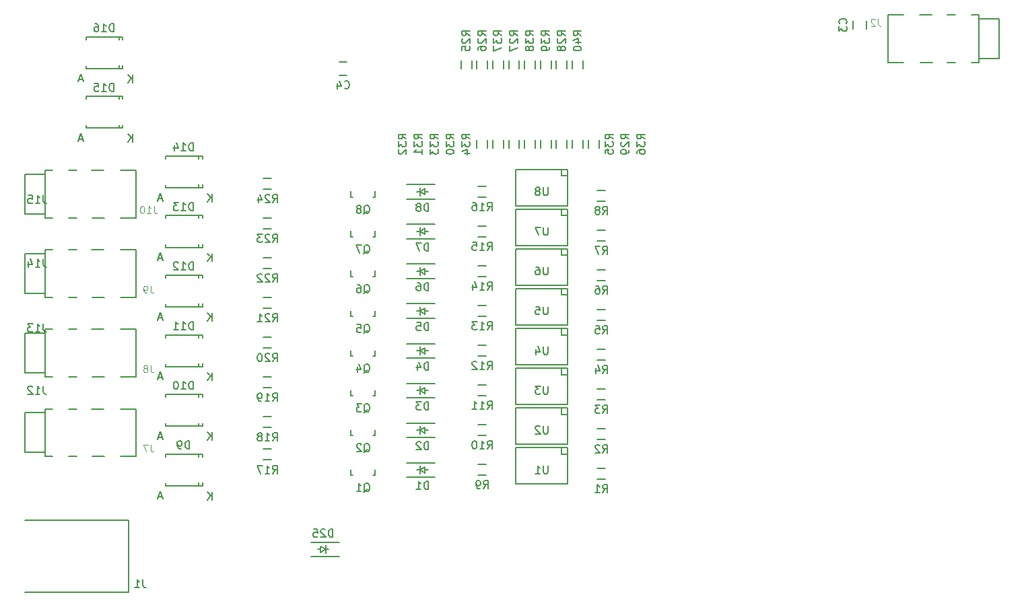
<source format=gbo>
G04 #@! TF.GenerationSoftware,KiCad,Pcbnew,(2017-06-12 revision 19d5cc754)-master*
G04 #@! TF.CreationDate,2017-12-09T12:00:16+01:00*
G04 #@! TF.ProjectId,RPi_Hat,5250695F4861742E6B696361645F7063,rev?*
G04 #@! TF.FileFunction,Legend,Bot*
G04 #@! TF.FilePolarity,Positive*
%FSLAX46Y46*%
G04 Gerber Fmt 4.6, Leading zero omitted, Abs format (unit mm)*
G04 Created by KiCad (PCBNEW (2017-06-12 revision 19d5cc754)-master) date 2017 December 09, Saturday 12:00:16*
%MOMM*%
%LPD*%
G01*
G04 APERTURE LIST*
%ADD10C,0.100000*%
%ADD11C,0.150000*%
%ADD12C,0.127000*%
%ADD13C,0.101600*%
G04 APERTURE END LIST*
D10*
D11*
X78350000Y6500000D02*
X78350000Y5500000D01*
X76650000Y5500000D02*
X76650000Y6500000D01*
X37325000Y-8500000D02*
X37325000Y-9500000D01*
X38675000Y-9500000D02*
X38675000Y-8500000D01*
X40675000Y-9500000D02*
X40675000Y-8500000D01*
X39325000Y-8500000D02*
X39325000Y-9500000D01*
X43325000Y-8500000D02*
X43325000Y-9500000D01*
X44675000Y-9500000D02*
X44675000Y-8500000D01*
X32675000Y500000D02*
X32675000Y1500000D01*
X31325000Y1500000D02*
X31325000Y500000D01*
X36675000Y500000D02*
X36675000Y1500000D01*
X35325000Y1500000D02*
X35325000Y500000D01*
X38675000Y500000D02*
X38675000Y1500000D01*
X37325000Y1500000D02*
X37325000Y500000D01*
X41325000Y1500000D02*
X41325000Y500000D01*
X42675000Y500000D02*
X42675000Y1500000D01*
X27325000Y1500000D02*
X27325000Y500000D01*
X28675000Y500000D02*
X28675000Y1500000D01*
X30675000Y500000D02*
X30675000Y1500000D01*
X29325000Y1500000D02*
X29325000Y500000D01*
X33325000Y1500000D02*
X33325000Y500000D01*
X34675000Y500000D02*
X34675000Y1500000D01*
X40675000Y500000D02*
X40675000Y1500000D01*
X39325000Y1500000D02*
X39325000Y500000D01*
X42675000Y-9500000D02*
X42675000Y-8500000D01*
X41325000Y-8500000D02*
X41325000Y-9500000D01*
X35325000Y-8500000D02*
X35325000Y-9500000D01*
X36675000Y-9500000D02*
X36675000Y-8500000D01*
X32675000Y-9500000D02*
X32675000Y-8500000D01*
X31325000Y-8500000D02*
X31325000Y-9500000D01*
X29325000Y-8500000D02*
X29325000Y-9500000D01*
X30675000Y-9500000D02*
X30675000Y-8500000D01*
X34675000Y-9500000D02*
X34675000Y-8500000D01*
X33325000Y-8500000D02*
X33325000Y-9500000D01*
X13000000Y-350000D02*
X12000000Y-350000D01*
X12000000Y1350000D02*
X13000000Y1350000D01*
D12*
X95000000Y6750000D02*
X95000000Y1750000D01*
X95000000Y6750000D02*
X92486920Y6750000D01*
X81000000Y7249740D02*
X81000000Y1250260D01*
X92500000Y7250000D02*
X92500000Y1250000D01*
X92500000Y7250000D02*
X91500000Y7250000D01*
X86501140Y7250000D02*
X85000000Y7250000D01*
X83000000Y7250000D02*
X81000000Y7250000D01*
X88500000Y1250000D02*
X89500000Y1250000D01*
X95000000Y1750000D02*
X92486920Y1750000D01*
X92500000Y1250000D02*
X91500000Y1250000D01*
X86602120Y1250260D02*
X85100980Y1250260D01*
X88500000Y7250000D02*
X89500000Y7250000D01*
X83000000Y1250000D02*
X81000000Y1250000D01*
D11*
X34250000Y-47210000D02*
X34250000Y-51790000D01*
X34250000Y-51790000D02*
X40750000Y-51790000D01*
X40750000Y-47210000D02*
X40750000Y-51790000D01*
X34250000Y-47210000D02*
X40750000Y-47210000D01*
X40000000Y-48000000D02*
X40750000Y-48000000D01*
X40000000Y-47210000D02*
X40000000Y-48000000D01*
X40000000Y-42210000D02*
X40000000Y-43000000D01*
X40000000Y-43000000D02*
X40750000Y-43000000D01*
X34250000Y-42210000D02*
X40750000Y-42210000D01*
X40750000Y-42210000D02*
X40750000Y-46790000D01*
X34250000Y-46790000D02*
X40750000Y-46790000D01*
X34250000Y-42210000D02*
X34250000Y-46790000D01*
X34250000Y-37210000D02*
X34250000Y-41790000D01*
X34250000Y-41790000D02*
X40750000Y-41790000D01*
X40750000Y-37210000D02*
X40750000Y-41790000D01*
X34250000Y-37210000D02*
X40750000Y-37210000D01*
X40000000Y-38000000D02*
X40750000Y-38000000D01*
X40000000Y-37210000D02*
X40000000Y-38000000D01*
X40000000Y-32210000D02*
X40000000Y-33000000D01*
X40000000Y-33000000D02*
X40750000Y-33000000D01*
X34250000Y-32210000D02*
X40750000Y-32210000D01*
X40750000Y-32210000D02*
X40750000Y-36790000D01*
X34250000Y-36790000D02*
X40750000Y-36790000D01*
X34250000Y-32210000D02*
X34250000Y-36790000D01*
X34250000Y-27210000D02*
X34250000Y-31790000D01*
X34250000Y-31790000D02*
X40750000Y-31790000D01*
X40750000Y-27210000D02*
X40750000Y-31790000D01*
X34250000Y-27210000D02*
X40750000Y-27210000D01*
X40000000Y-28000000D02*
X40750000Y-28000000D01*
X40000000Y-27210000D02*
X40000000Y-28000000D01*
X40000000Y-22210000D02*
X40000000Y-23000000D01*
X40000000Y-23000000D02*
X40750000Y-23000000D01*
X34250000Y-22210000D02*
X40750000Y-22210000D01*
X40750000Y-22210000D02*
X40750000Y-26790000D01*
X34250000Y-26790000D02*
X40750000Y-26790000D01*
X34250000Y-22210000D02*
X34250000Y-26790000D01*
X34250000Y-17210000D02*
X34250000Y-21790000D01*
X34250000Y-21790000D02*
X40750000Y-21790000D01*
X40750000Y-17210000D02*
X40750000Y-21790000D01*
X34250000Y-17210000D02*
X40750000Y-17210000D01*
X40000000Y-18000000D02*
X40750000Y-18000000D01*
X40000000Y-17210000D02*
X40000000Y-18000000D01*
X40000000Y-12210000D02*
X40000000Y-13000000D01*
X40000000Y-13000000D02*
X40750000Y-13000000D01*
X34250000Y-12210000D02*
X40750000Y-12210000D01*
X40750000Y-12210000D02*
X40750000Y-16790000D01*
X34250000Y-16790000D02*
X40750000Y-16790000D01*
X34250000Y-12210000D02*
X34250000Y-16790000D01*
D12*
X-15500000Y-42311510D02*
X-13500000Y-42311510D01*
X-21000000Y-48311510D02*
X-22000000Y-48311510D01*
X-19102120Y-42311770D02*
X-17600980Y-42311770D01*
X-25000000Y-42311510D02*
X-24000000Y-42311510D01*
X-27500000Y-42811510D02*
X-24986920Y-42811510D01*
X-21000000Y-42311510D02*
X-22000000Y-42311510D01*
X-15500000Y-48311510D02*
X-13500000Y-48311510D01*
X-19001140Y-48311510D02*
X-17500000Y-48311510D01*
X-25000000Y-48311510D02*
X-24000000Y-48311510D01*
X-25000000Y-48311510D02*
X-25000000Y-42311510D01*
X-13500000Y-48311250D02*
X-13500000Y-42311770D01*
X-27500000Y-47811510D02*
X-24986920Y-47811510D01*
X-27500000Y-47811510D02*
X-27500000Y-42811510D01*
X-27500000Y-17811510D02*
X-27500000Y-12811510D01*
X-27500000Y-17811510D02*
X-24986920Y-17811510D01*
X-13500000Y-18311250D02*
X-13500000Y-12311770D01*
X-25000000Y-18311510D02*
X-25000000Y-12311510D01*
X-25000000Y-18311510D02*
X-24000000Y-18311510D01*
X-19001140Y-18311510D02*
X-17500000Y-18311510D01*
X-15500000Y-18311510D02*
X-13500000Y-18311510D01*
X-21000000Y-12311510D02*
X-22000000Y-12311510D01*
X-27500000Y-12811510D02*
X-24986920Y-12811510D01*
X-25000000Y-12311510D02*
X-24000000Y-12311510D01*
X-19102120Y-12311770D02*
X-17600980Y-12311770D01*
X-21000000Y-18311510D02*
X-22000000Y-18311510D01*
X-15500000Y-12311510D02*
X-13500000Y-12311510D01*
X-15500000Y-22311510D02*
X-13500000Y-22311510D01*
X-21000000Y-28311510D02*
X-22000000Y-28311510D01*
X-19102120Y-22311770D02*
X-17600980Y-22311770D01*
X-25000000Y-22311510D02*
X-24000000Y-22311510D01*
X-27500000Y-22811510D02*
X-24986920Y-22811510D01*
X-21000000Y-22311510D02*
X-22000000Y-22311510D01*
X-15500000Y-28311510D02*
X-13500000Y-28311510D01*
X-19001140Y-28311510D02*
X-17500000Y-28311510D01*
X-25000000Y-28311510D02*
X-24000000Y-28311510D01*
X-25000000Y-28311510D02*
X-25000000Y-22311510D01*
X-13500000Y-28311250D02*
X-13500000Y-22311770D01*
X-27500000Y-27811510D02*
X-24986920Y-27811510D01*
X-27500000Y-27811510D02*
X-27500000Y-22811510D01*
X-27500000Y-37811510D02*
X-27500000Y-32811510D01*
X-27500000Y-37811510D02*
X-24986920Y-37811510D01*
X-13500000Y-38311250D02*
X-13500000Y-32311770D01*
X-25000000Y-38311510D02*
X-25000000Y-32311510D01*
X-25000000Y-38311510D02*
X-24000000Y-38311510D01*
X-19001140Y-38311510D02*
X-17500000Y-38311510D01*
X-15500000Y-38311510D02*
X-13500000Y-38311510D01*
X-21000000Y-32311510D02*
X-22000000Y-32311510D01*
X-27500000Y-32811510D02*
X-24986920Y-32811510D01*
X-25000000Y-32311510D02*
X-24000000Y-32311510D01*
X-19102120Y-32311770D02*
X-17600980Y-32311770D01*
X-21000000Y-38311510D02*
X-22000000Y-38311510D01*
X-15500000Y-32311510D02*
X-13500000Y-32311510D01*
D11*
X-14500000Y-65350000D02*
X-14500000Y-56350000D01*
X-14500000Y-56350000D02*
X-27500000Y-56350000D01*
X-27500000Y-65350000D02*
X-14500000Y-65350000D01*
X20500000Y-50900000D02*
X24040000Y-50900000D01*
X20500000Y-49100000D02*
X24040000Y-49100000D01*
X22182500Y-50508000D02*
X22182500Y-49492000D01*
X22817500Y-49619000D02*
X22182500Y-50000000D01*
X22817500Y-50381000D02*
X22817500Y-49619000D01*
X22182500Y-50000000D02*
X22817500Y-50381000D01*
X21801500Y-50000000D02*
X22182500Y-50000000D01*
X22817500Y-50000000D02*
X23198500Y-50000000D01*
X20500000Y-45900000D02*
X24040000Y-45900000D01*
X20500000Y-44100000D02*
X24040000Y-44100000D01*
X22182500Y-45508000D02*
X22182500Y-44492000D01*
X22817500Y-44619000D02*
X22182500Y-45000000D01*
X22817500Y-45381000D02*
X22817500Y-44619000D01*
X22182500Y-45000000D02*
X22817500Y-45381000D01*
X21801500Y-45000000D02*
X22182500Y-45000000D01*
X22817500Y-45000000D02*
X23198500Y-45000000D01*
X22817500Y-40000000D02*
X23198500Y-40000000D01*
X21801500Y-40000000D02*
X22182500Y-40000000D01*
X22182500Y-40000000D02*
X22817500Y-40381000D01*
X22817500Y-40381000D02*
X22817500Y-39619000D01*
X22817500Y-39619000D02*
X22182500Y-40000000D01*
X22182500Y-40508000D02*
X22182500Y-39492000D01*
X20500000Y-39100000D02*
X24040000Y-39100000D01*
X20500000Y-40900000D02*
X24040000Y-40900000D01*
X20500000Y-35900000D02*
X24040000Y-35900000D01*
X20500000Y-34100000D02*
X24040000Y-34100000D01*
X22182500Y-35508000D02*
X22182500Y-34492000D01*
X22817500Y-34619000D02*
X22182500Y-35000000D01*
X22817500Y-35381000D02*
X22817500Y-34619000D01*
X22182500Y-35000000D02*
X22817500Y-35381000D01*
X21801500Y-35000000D02*
X22182500Y-35000000D01*
X22817500Y-35000000D02*
X23198500Y-35000000D01*
X20500000Y-30900000D02*
X24040000Y-30900000D01*
X20500000Y-29100000D02*
X24040000Y-29100000D01*
X22182500Y-30508000D02*
X22182500Y-29492000D01*
X22817500Y-29619000D02*
X22182500Y-30000000D01*
X22817500Y-30381000D02*
X22817500Y-29619000D01*
X22182500Y-30000000D02*
X22817500Y-30381000D01*
X21801500Y-30000000D02*
X22182500Y-30000000D01*
X22817500Y-30000000D02*
X23198500Y-30000000D01*
X22817500Y-25000000D02*
X23198500Y-25000000D01*
X21801500Y-25000000D02*
X22182500Y-25000000D01*
X22182500Y-25000000D02*
X22817500Y-25381000D01*
X22817500Y-25381000D02*
X22817500Y-24619000D01*
X22817500Y-24619000D02*
X22182500Y-25000000D01*
X22182500Y-25508000D02*
X22182500Y-24492000D01*
X20500000Y-24100000D02*
X24040000Y-24100000D01*
X20500000Y-25900000D02*
X24040000Y-25900000D01*
X22817500Y-20000000D02*
X23198500Y-20000000D01*
X21801500Y-20000000D02*
X22182500Y-20000000D01*
X22182500Y-20000000D02*
X22817500Y-20381000D01*
X22817500Y-20381000D02*
X22817500Y-19619000D01*
X22817500Y-19619000D02*
X22182500Y-20000000D01*
X22182500Y-20508000D02*
X22182500Y-19492000D01*
X20500000Y-19100000D02*
X24040000Y-19100000D01*
X20500000Y-20900000D02*
X24040000Y-20900000D01*
X22817500Y-15000000D02*
X23198500Y-15000000D01*
X21801500Y-15000000D02*
X22182500Y-15000000D01*
X22182500Y-15000000D02*
X22817500Y-15381000D01*
X22817500Y-15381000D02*
X22817500Y-14619000D01*
X22817500Y-14619000D02*
X22182500Y-15000000D01*
X22182500Y-15508000D02*
X22182500Y-14492000D01*
X20500000Y-14100000D02*
X24040000Y-14100000D01*
X20500000Y-15900000D02*
X24040000Y-15900000D01*
X-5193680Y-51800000D02*
X-5193680Y-51600200D01*
X-5650720Y-51750000D02*
X-5650720Y-51601000D01*
X-9796160Y-51800000D02*
X-9796160Y-51651000D01*
X-5198760Y-48200000D02*
X-5198760Y-48349000D01*
X-5650720Y-48200000D02*
X-5650720Y-48349000D01*
X-9801240Y-48200000D02*
X-9801240Y-48349000D01*
X-5650720Y-51948980D02*
X-5650720Y-51750860D01*
X-5650720Y-48001020D02*
X-5650720Y-48199140D01*
X-9796160Y-51996440D02*
X-9796160Y-51798320D01*
X-5193680Y-51996440D02*
X-9796160Y-51996440D01*
X-5193680Y-51996440D02*
X-5193680Y-51798320D01*
X-5198760Y-48001020D02*
X-5198760Y-48199140D01*
X-5198760Y-48001020D02*
X-9801240Y-48001020D01*
X-9801240Y-48001020D02*
X-9801240Y-48199140D01*
X-5193680Y-44300000D02*
X-5193680Y-44100200D01*
X-5650720Y-44250000D02*
X-5650720Y-44101000D01*
X-9796160Y-44300000D02*
X-9796160Y-44151000D01*
X-5198760Y-40700000D02*
X-5198760Y-40849000D01*
X-5650720Y-40700000D02*
X-5650720Y-40849000D01*
X-9801240Y-40700000D02*
X-9801240Y-40849000D01*
X-5650720Y-44448980D02*
X-5650720Y-44250860D01*
X-5650720Y-40501020D02*
X-5650720Y-40699140D01*
X-9796160Y-44496440D02*
X-9796160Y-44298320D01*
X-5193680Y-44496440D02*
X-9796160Y-44496440D01*
X-5193680Y-44496440D02*
X-5193680Y-44298320D01*
X-5198760Y-40501020D02*
X-5198760Y-40699140D01*
X-5198760Y-40501020D02*
X-9801240Y-40501020D01*
X-9801240Y-40501020D02*
X-9801240Y-40699140D01*
X-9801240Y-33001020D02*
X-9801240Y-33199140D01*
X-5198760Y-33001020D02*
X-9801240Y-33001020D01*
X-5198760Y-33001020D02*
X-5198760Y-33199140D01*
X-5193680Y-36996440D02*
X-5193680Y-36798320D01*
X-5193680Y-36996440D02*
X-9796160Y-36996440D01*
X-9796160Y-36996440D02*
X-9796160Y-36798320D01*
X-5650720Y-33001020D02*
X-5650720Y-33199140D01*
X-5650720Y-36948980D02*
X-5650720Y-36750860D01*
X-9801240Y-33200000D02*
X-9801240Y-33349000D01*
X-5650720Y-33200000D02*
X-5650720Y-33349000D01*
X-5198760Y-33200000D02*
X-5198760Y-33349000D01*
X-9796160Y-36800000D02*
X-9796160Y-36651000D01*
X-5650720Y-36750000D02*
X-5650720Y-36601000D01*
X-5193680Y-36800000D02*
X-5193680Y-36600200D01*
X-9801240Y-25501020D02*
X-9801240Y-25699140D01*
X-5198760Y-25501020D02*
X-9801240Y-25501020D01*
X-5198760Y-25501020D02*
X-5198760Y-25699140D01*
X-5193680Y-29496440D02*
X-5193680Y-29298320D01*
X-5193680Y-29496440D02*
X-9796160Y-29496440D01*
X-9796160Y-29496440D02*
X-9796160Y-29298320D01*
X-5650720Y-25501020D02*
X-5650720Y-25699140D01*
X-5650720Y-29448980D02*
X-5650720Y-29250860D01*
X-9801240Y-25700000D02*
X-9801240Y-25849000D01*
X-5650720Y-25700000D02*
X-5650720Y-25849000D01*
X-5198760Y-25700000D02*
X-5198760Y-25849000D01*
X-9796160Y-29300000D02*
X-9796160Y-29151000D01*
X-5650720Y-29250000D02*
X-5650720Y-29101000D01*
X-5193680Y-29300000D02*
X-5193680Y-29100200D01*
X-5193680Y-21800000D02*
X-5193680Y-21600200D01*
X-5650720Y-21750000D02*
X-5650720Y-21601000D01*
X-9796160Y-21800000D02*
X-9796160Y-21651000D01*
X-5198760Y-18200000D02*
X-5198760Y-18349000D01*
X-5650720Y-18200000D02*
X-5650720Y-18349000D01*
X-9801240Y-18200000D02*
X-9801240Y-18349000D01*
X-5650720Y-21948980D02*
X-5650720Y-21750860D01*
X-5650720Y-18001020D02*
X-5650720Y-18199140D01*
X-9796160Y-21996440D02*
X-9796160Y-21798320D01*
X-5193680Y-21996440D02*
X-9796160Y-21996440D01*
X-5193680Y-21996440D02*
X-5193680Y-21798320D01*
X-5198760Y-18001020D02*
X-5198760Y-18199140D01*
X-5198760Y-18001020D02*
X-9801240Y-18001020D01*
X-9801240Y-18001020D02*
X-9801240Y-18199140D01*
X-5193680Y-14300000D02*
X-5193680Y-14100200D01*
X-5650720Y-14250000D02*
X-5650720Y-14101000D01*
X-9796160Y-14300000D02*
X-9796160Y-14151000D01*
X-5198760Y-10700000D02*
X-5198760Y-10849000D01*
X-5650720Y-10700000D02*
X-5650720Y-10849000D01*
X-9801240Y-10700000D02*
X-9801240Y-10849000D01*
X-5650720Y-14448980D02*
X-5650720Y-14250860D01*
X-5650720Y-10501020D02*
X-5650720Y-10699140D01*
X-9796160Y-14496440D02*
X-9796160Y-14298320D01*
X-5193680Y-14496440D02*
X-9796160Y-14496440D01*
X-5193680Y-14496440D02*
X-5193680Y-14298320D01*
X-5198760Y-10501020D02*
X-5198760Y-10699140D01*
X-5198760Y-10501020D02*
X-9801240Y-10501020D01*
X-9801240Y-10501020D02*
X-9801240Y-10699140D01*
X-19801240Y-3001020D02*
X-19801240Y-3199140D01*
X-15198760Y-3001020D02*
X-19801240Y-3001020D01*
X-15198760Y-3001020D02*
X-15198760Y-3199140D01*
X-15193680Y-6996440D02*
X-15193680Y-6798320D01*
X-15193680Y-6996440D02*
X-19796160Y-6996440D01*
X-19796160Y-6996440D02*
X-19796160Y-6798320D01*
X-15650720Y-3001020D02*
X-15650720Y-3199140D01*
X-15650720Y-6948980D02*
X-15650720Y-6750860D01*
X-19801240Y-3200000D02*
X-19801240Y-3349000D01*
X-15650720Y-3200000D02*
X-15650720Y-3349000D01*
X-15198760Y-3200000D02*
X-15198760Y-3349000D01*
X-19796160Y-6800000D02*
X-19796160Y-6651000D01*
X-15650720Y-6750000D02*
X-15650720Y-6601000D01*
X-15193680Y-6800000D02*
X-15193680Y-6600200D01*
X-19801240Y4498980D02*
X-19801240Y4300860D01*
X-15198760Y4498980D02*
X-19801240Y4498980D01*
X-15198760Y4498980D02*
X-15198760Y4300860D01*
X-15193680Y503560D02*
X-15193680Y701680D01*
X-15193680Y503560D02*
X-19796160Y503560D01*
X-19796160Y503560D02*
X-19796160Y701680D01*
X-15650720Y4498980D02*
X-15650720Y4300860D01*
X-15650720Y551020D02*
X-15650720Y749140D01*
X-19801240Y4300000D02*
X-19801240Y4151000D01*
X-15650720Y4300000D02*
X-15650720Y4151000D01*
X-15198760Y4300000D02*
X-15198760Y4151000D01*
X-19796160Y700000D02*
X-19796160Y849000D01*
X-15650720Y750000D02*
X-15650720Y899000D01*
X-15193680Y700000D02*
X-15193680Y899800D01*
X9682500Y-60000000D02*
X9301500Y-60000000D01*
X10698500Y-60000000D02*
X10317500Y-60000000D01*
X10317500Y-60000000D02*
X9682500Y-59619000D01*
X9682500Y-59619000D02*
X9682500Y-60381000D01*
X9682500Y-60381000D02*
X10317500Y-60000000D01*
X10317500Y-59492000D02*
X10317500Y-60508000D01*
X12000000Y-60900000D02*
X8460000Y-60900000D01*
X12000000Y-59100000D02*
X8460000Y-59100000D01*
X16499820Y-50650240D02*
X16499820Y-49949200D01*
X16299160Y-50650240D02*
X16499820Y-50650240D01*
X13500180Y-50650240D02*
X13749100Y-50650240D01*
X13500180Y-49949200D02*
X13500180Y-50650240D01*
X16299160Y-50650240D02*
X16250900Y-50650240D01*
X16299160Y-45650240D02*
X16250900Y-45650240D01*
X13500180Y-44949200D02*
X13500180Y-45650240D01*
X13500180Y-45650240D02*
X13749100Y-45650240D01*
X16299160Y-45650240D02*
X16499820Y-45650240D01*
X16499820Y-45650240D02*
X16499820Y-44949200D01*
X16299160Y-40650240D02*
X16250900Y-40650240D01*
X13500180Y-39949200D02*
X13500180Y-40650240D01*
X13500180Y-40650240D02*
X13749100Y-40650240D01*
X16299160Y-40650240D02*
X16499820Y-40650240D01*
X16499820Y-40650240D02*
X16499820Y-39949200D01*
X16299160Y-35650240D02*
X16250900Y-35650240D01*
X13500180Y-34949200D02*
X13500180Y-35650240D01*
X13500180Y-35650240D02*
X13749100Y-35650240D01*
X16299160Y-35650240D02*
X16499820Y-35650240D01*
X16499820Y-35650240D02*
X16499820Y-34949200D01*
X16499820Y-30650240D02*
X16499820Y-29949200D01*
X16299160Y-30650240D02*
X16499820Y-30650240D01*
X13500180Y-30650240D02*
X13749100Y-30650240D01*
X13500180Y-29949200D02*
X13500180Y-30650240D01*
X16299160Y-30650240D02*
X16250900Y-30650240D01*
X16499820Y-25650240D02*
X16499820Y-24949200D01*
X16299160Y-25650240D02*
X16499820Y-25650240D01*
X13500180Y-25650240D02*
X13749100Y-25650240D01*
X13500180Y-24949200D02*
X13500180Y-25650240D01*
X16299160Y-25650240D02*
X16250900Y-25650240D01*
X16299160Y-20650240D02*
X16250900Y-20650240D01*
X13500180Y-19949200D02*
X13500180Y-20650240D01*
X13500180Y-20650240D02*
X13749100Y-20650240D01*
X16299160Y-20650240D02*
X16499820Y-20650240D01*
X16499820Y-20650240D02*
X16499820Y-19949200D01*
X16499820Y-15650240D02*
X16499820Y-14949200D01*
X16299160Y-15650240D02*
X16499820Y-15650240D01*
X13500180Y-15650240D02*
X13749100Y-15650240D01*
X13500180Y-14949200D02*
X13500180Y-15650240D01*
X16299160Y-15650240D02*
X16250900Y-15650240D01*
X45500000Y-49825000D02*
X44500000Y-49825000D01*
X44500000Y-51175000D02*
X45500000Y-51175000D01*
X45500000Y-44825000D02*
X44500000Y-44825000D01*
X44500000Y-46175000D02*
X45500000Y-46175000D01*
X45500000Y-39825000D02*
X44500000Y-39825000D01*
X44500000Y-41175000D02*
X45500000Y-41175000D01*
X45500000Y-34825000D02*
X44500000Y-34825000D01*
X44500000Y-36175000D02*
X45500000Y-36175000D01*
X45500000Y-29825000D02*
X44500000Y-29825000D01*
X44500000Y-31175000D02*
X45500000Y-31175000D01*
X45500000Y-24825000D02*
X44500000Y-24825000D01*
X44500000Y-26175000D02*
X45500000Y-26175000D01*
X45500000Y-19825000D02*
X44500000Y-19825000D01*
X44500000Y-21175000D02*
X45500000Y-21175000D01*
X45500000Y-14825000D02*
X44500000Y-14825000D01*
X44500000Y-16175000D02*
X45500000Y-16175000D01*
X29500000Y-50675000D02*
X30500000Y-50675000D01*
X30500000Y-49325000D02*
X29500000Y-49325000D01*
X29500000Y-45675000D02*
X30500000Y-45675000D01*
X30500000Y-44325000D02*
X29500000Y-44325000D01*
X29500000Y-40675000D02*
X30500000Y-40675000D01*
X30500000Y-39325000D02*
X29500000Y-39325000D01*
X29500000Y-35675000D02*
X30500000Y-35675000D01*
X30500000Y-34325000D02*
X29500000Y-34325000D01*
X29500000Y-30675000D02*
X30500000Y-30675000D01*
X30500000Y-29325000D02*
X29500000Y-29325000D01*
X29500000Y-25675000D02*
X30500000Y-25675000D01*
X30500000Y-24325000D02*
X29500000Y-24325000D01*
X29500000Y-20675000D02*
X30500000Y-20675000D01*
X30500000Y-19325000D02*
X29500000Y-19325000D01*
X29500000Y-15675000D02*
X30500000Y-15675000D01*
X30500000Y-14325000D02*
X29500000Y-14325000D01*
X2500000Y-48675000D02*
X3500000Y-48675000D01*
X3500000Y-47325000D02*
X2500000Y-47325000D01*
X3500000Y-43325000D02*
X2500000Y-43325000D01*
X2500000Y-44675000D02*
X3500000Y-44675000D01*
X3500000Y-38325000D02*
X2500000Y-38325000D01*
X2500000Y-39675000D02*
X3500000Y-39675000D01*
X2500000Y-34675000D02*
X3500000Y-34675000D01*
X3500000Y-33325000D02*
X2500000Y-33325000D01*
X2500000Y-29675000D02*
X3500000Y-29675000D01*
X3500000Y-28325000D02*
X2500000Y-28325000D01*
X2500000Y-24675000D02*
X3500000Y-24675000D01*
X3500000Y-23325000D02*
X2500000Y-23325000D01*
X3500000Y-18325000D02*
X2500000Y-18325000D01*
X2500000Y-19675000D02*
X3500000Y-19675000D01*
X3500000Y-13325000D02*
X2500000Y-13325000D01*
X2500000Y-14675000D02*
X3500000Y-14675000D01*
X75757142Y6166666D02*
X75804761Y6214285D01*
X75852380Y6357142D01*
X75852380Y6452380D01*
X75804761Y6595238D01*
X75709523Y6690476D01*
X75614285Y6738095D01*
X75423809Y6785714D01*
X75280952Y6785714D01*
X75090476Y6738095D01*
X74995238Y6690476D01*
X74900000Y6595238D01*
X74852380Y6452380D01*
X74852380Y6357142D01*
X74900000Y6214285D01*
X74947619Y6166666D01*
X74852380Y5833333D02*
X74852380Y5214285D01*
X75233333Y5547619D01*
X75233333Y5404761D01*
X75280952Y5309523D01*
X75328571Y5261904D01*
X75423809Y5214285D01*
X75661904Y5214285D01*
X75757142Y5261904D01*
X75804761Y5309523D01*
X75852380Y5404761D01*
X75852380Y5690476D01*
X75804761Y5785714D01*
X75757142Y5833333D01*
X28452380Y-8357142D02*
X27976190Y-8023809D01*
X28452380Y-7785714D02*
X27452380Y-7785714D01*
X27452380Y-8166666D01*
X27500000Y-8261904D01*
X27547619Y-8309523D01*
X27642857Y-8357142D01*
X27785714Y-8357142D01*
X27880952Y-8309523D01*
X27928571Y-8261904D01*
X27976190Y-8166666D01*
X27976190Y-7785714D01*
X27452380Y-8690476D02*
X27452380Y-9309523D01*
X27833333Y-8976190D01*
X27833333Y-9119047D01*
X27880952Y-9214285D01*
X27928571Y-9261904D01*
X28023809Y-9309523D01*
X28261904Y-9309523D01*
X28357142Y-9261904D01*
X28404761Y-9214285D01*
X28452380Y-9119047D01*
X28452380Y-8833333D01*
X28404761Y-8738095D01*
X28357142Y-8690476D01*
X27785714Y-10166666D02*
X28452380Y-10166666D01*
X27404761Y-9928571D02*
X28119047Y-9690476D01*
X28119047Y-10309523D01*
X46452380Y-8357142D02*
X45976190Y-8023809D01*
X46452380Y-7785714D02*
X45452380Y-7785714D01*
X45452380Y-8166666D01*
X45500000Y-8261904D01*
X45547619Y-8309523D01*
X45642857Y-8357142D01*
X45785714Y-8357142D01*
X45880952Y-8309523D01*
X45928571Y-8261904D01*
X45976190Y-8166666D01*
X45976190Y-7785714D01*
X45452380Y-8690476D02*
X45452380Y-9309523D01*
X45833333Y-8976190D01*
X45833333Y-9119047D01*
X45880952Y-9214285D01*
X45928571Y-9261904D01*
X46023809Y-9309523D01*
X46261904Y-9309523D01*
X46357142Y-9261904D01*
X46404761Y-9214285D01*
X46452380Y-9119047D01*
X46452380Y-8833333D01*
X46404761Y-8738095D01*
X46357142Y-8690476D01*
X45452380Y-10214285D02*
X45452380Y-9738095D01*
X45928571Y-9690476D01*
X45880952Y-9738095D01*
X45833333Y-9833333D01*
X45833333Y-10071428D01*
X45880952Y-10166666D01*
X45928571Y-10214285D01*
X46023809Y-10261904D01*
X46261904Y-10261904D01*
X46357142Y-10214285D01*
X46404761Y-10166666D01*
X46452380Y-10071428D01*
X46452380Y-9833333D01*
X46404761Y-9738095D01*
X46357142Y-9690476D01*
X50452380Y-8357142D02*
X49976190Y-8023809D01*
X50452380Y-7785714D02*
X49452380Y-7785714D01*
X49452380Y-8166666D01*
X49500000Y-8261904D01*
X49547619Y-8309523D01*
X49642857Y-8357142D01*
X49785714Y-8357142D01*
X49880952Y-8309523D01*
X49928571Y-8261904D01*
X49976190Y-8166666D01*
X49976190Y-7785714D01*
X49452380Y-8690476D02*
X49452380Y-9309523D01*
X49833333Y-8976190D01*
X49833333Y-9119047D01*
X49880952Y-9214285D01*
X49928571Y-9261904D01*
X50023809Y-9309523D01*
X50261904Y-9309523D01*
X50357142Y-9261904D01*
X50404761Y-9214285D01*
X50452380Y-9119047D01*
X50452380Y-8833333D01*
X50404761Y-8738095D01*
X50357142Y-8690476D01*
X49452380Y-10166666D02*
X49452380Y-9976190D01*
X49500000Y-9880952D01*
X49547619Y-9833333D01*
X49690476Y-9738095D01*
X49880952Y-9690476D01*
X50261904Y-9690476D01*
X50357142Y-9738095D01*
X50404761Y-9785714D01*
X50452380Y-9880952D01*
X50452380Y-10071428D01*
X50404761Y-10166666D01*
X50357142Y-10214285D01*
X50261904Y-10261904D01*
X50023809Y-10261904D01*
X49928571Y-10214285D01*
X49880952Y-10166666D01*
X49833333Y-10071428D01*
X49833333Y-9880952D01*
X49880952Y-9785714D01*
X49928571Y-9738095D01*
X50023809Y-9690476D01*
X32452380Y4642857D02*
X31976190Y4976190D01*
X32452380Y5214285D02*
X31452380Y5214285D01*
X31452380Y4833333D01*
X31500000Y4738095D01*
X31547619Y4690476D01*
X31642857Y4642857D01*
X31785714Y4642857D01*
X31880952Y4690476D01*
X31928571Y4738095D01*
X31976190Y4833333D01*
X31976190Y5214285D01*
X31452380Y4309523D02*
X31452380Y3690476D01*
X31833333Y4023809D01*
X31833333Y3880952D01*
X31880952Y3785714D01*
X31928571Y3738095D01*
X32023809Y3690476D01*
X32261904Y3690476D01*
X32357142Y3738095D01*
X32404761Y3785714D01*
X32452380Y3880952D01*
X32452380Y4166666D01*
X32404761Y4261904D01*
X32357142Y4309523D01*
X31452380Y3357142D02*
X31452380Y2690476D01*
X32452380Y3119047D01*
X36452380Y4642857D02*
X35976190Y4976190D01*
X36452380Y5214285D02*
X35452380Y5214285D01*
X35452380Y4833333D01*
X35500000Y4738095D01*
X35547619Y4690476D01*
X35642857Y4642857D01*
X35785714Y4642857D01*
X35880952Y4690476D01*
X35928571Y4738095D01*
X35976190Y4833333D01*
X35976190Y5214285D01*
X35452380Y4309523D02*
X35452380Y3690476D01*
X35833333Y4023809D01*
X35833333Y3880952D01*
X35880952Y3785714D01*
X35928571Y3738095D01*
X36023809Y3690476D01*
X36261904Y3690476D01*
X36357142Y3738095D01*
X36404761Y3785714D01*
X36452380Y3880952D01*
X36452380Y4166666D01*
X36404761Y4261904D01*
X36357142Y4309523D01*
X35880952Y3119047D02*
X35833333Y3214285D01*
X35785714Y3261904D01*
X35690476Y3309523D01*
X35642857Y3309523D01*
X35547619Y3261904D01*
X35500000Y3214285D01*
X35452380Y3119047D01*
X35452380Y2928571D01*
X35500000Y2833333D01*
X35547619Y2785714D01*
X35642857Y2738095D01*
X35690476Y2738095D01*
X35785714Y2785714D01*
X35833333Y2833333D01*
X35880952Y2928571D01*
X35880952Y3119047D01*
X35928571Y3214285D01*
X35976190Y3261904D01*
X36071428Y3309523D01*
X36261904Y3309523D01*
X36357142Y3261904D01*
X36404761Y3214285D01*
X36452380Y3119047D01*
X36452380Y2928571D01*
X36404761Y2833333D01*
X36357142Y2785714D01*
X36261904Y2738095D01*
X36071428Y2738095D01*
X35976190Y2785714D01*
X35928571Y2833333D01*
X35880952Y2928571D01*
X38452380Y4642857D02*
X37976190Y4976190D01*
X38452380Y5214285D02*
X37452380Y5214285D01*
X37452380Y4833333D01*
X37500000Y4738095D01*
X37547619Y4690476D01*
X37642857Y4642857D01*
X37785714Y4642857D01*
X37880952Y4690476D01*
X37928571Y4738095D01*
X37976190Y4833333D01*
X37976190Y5214285D01*
X37452380Y4309523D02*
X37452380Y3690476D01*
X37833333Y4023809D01*
X37833333Y3880952D01*
X37880952Y3785714D01*
X37928571Y3738095D01*
X38023809Y3690476D01*
X38261904Y3690476D01*
X38357142Y3738095D01*
X38404761Y3785714D01*
X38452380Y3880952D01*
X38452380Y4166666D01*
X38404761Y4261904D01*
X38357142Y4309523D01*
X38452380Y3214285D02*
X38452380Y3023809D01*
X38404761Y2928571D01*
X38357142Y2880952D01*
X38214285Y2785714D01*
X38023809Y2738095D01*
X37642857Y2738095D01*
X37547619Y2785714D01*
X37500000Y2833333D01*
X37452380Y2928571D01*
X37452380Y3119047D01*
X37500000Y3214285D01*
X37547619Y3261904D01*
X37642857Y3309523D01*
X37880952Y3309523D01*
X37976190Y3261904D01*
X38023809Y3214285D01*
X38071428Y3119047D01*
X38071428Y2928571D01*
X38023809Y2833333D01*
X37976190Y2785714D01*
X37880952Y2738095D01*
X42452380Y4642857D02*
X41976190Y4976190D01*
X42452380Y5214285D02*
X41452380Y5214285D01*
X41452380Y4833333D01*
X41500000Y4738095D01*
X41547619Y4690476D01*
X41642857Y4642857D01*
X41785714Y4642857D01*
X41880952Y4690476D01*
X41928571Y4738095D01*
X41976190Y4833333D01*
X41976190Y5214285D01*
X41785714Y3785714D02*
X42452380Y3785714D01*
X41404761Y4023809D02*
X42119047Y4261904D01*
X42119047Y3642857D01*
X41452380Y3071428D02*
X41452380Y2976190D01*
X41500000Y2880952D01*
X41547619Y2833333D01*
X41642857Y2785714D01*
X41833333Y2738095D01*
X42071428Y2738095D01*
X42261904Y2785714D01*
X42357142Y2833333D01*
X42404761Y2880952D01*
X42452380Y2976190D01*
X42452380Y3071428D01*
X42404761Y3166666D01*
X42357142Y3214285D01*
X42261904Y3261904D01*
X42071428Y3309523D01*
X41833333Y3309523D01*
X41642857Y3261904D01*
X41547619Y3214285D01*
X41500000Y3166666D01*
X41452380Y3071428D01*
X28452380Y4642857D02*
X27976190Y4976190D01*
X28452380Y5214285D02*
X27452380Y5214285D01*
X27452380Y4833333D01*
X27500000Y4738095D01*
X27547619Y4690476D01*
X27642857Y4642857D01*
X27785714Y4642857D01*
X27880952Y4690476D01*
X27928571Y4738095D01*
X27976190Y4833333D01*
X27976190Y5214285D01*
X27547619Y4261904D02*
X27500000Y4214285D01*
X27452380Y4119047D01*
X27452380Y3880952D01*
X27500000Y3785714D01*
X27547619Y3738095D01*
X27642857Y3690476D01*
X27738095Y3690476D01*
X27880952Y3738095D01*
X28452380Y4309523D01*
X28452380Y3690476D01*
X27452380Y2785714D02*
X27452380Y3261904D01*
X27928571Y3309523D01*
X27880952Y3261904D01*
X27833333Y3166666D01*
X27833333Y2928571D01*
X27880952Y2833333D01*
X27928571Y2785714D01*
X28023809Y2738095D01*
X28261904Y2738095D01*
X28357142Y2785714D01*
X28404761Y2833333D01*
X28452380Y2928571D01*
X28452380Y3166666D01*
X28404761Y3261904D01*
X28357142Y3309523D01*
X30452380Y4642857D02*
X29976190Y4976190D01*
X30452380Y5214285D02*
X29452380Y5214285D01*
X29452380Y4833333D01*
X29500000Y4738095D01*
X29547619Y4690476D01*
X29642857Y4642857D01*
X29785714Y4642857D01*
X29880952Y4690476D01*
X29928571Y4738095D01*
X29976190Y4833333D01*
X29976190Y5214285D01*
X29547619Y4261904D02*
X29500000Y4214285D01*
X29452380Y4119047D01*
X29452380Y3880952D01*
X29500000Y3785714D01*
X29547619Y3738095D01*
X29642857Y3690476D01*
X29738095Y3690476D01*
X29880952Y3738095D01*
X30452380Y4309523D01*
X30452380Y3690476D01*
X29452380Y2833333D02*
X29452380Y3023809D01*
X29500000Y3119047D01*
X29547619Y3166666D01*
X29690476Y3261904D01*
X29880952Y3309523D01*
X30261904Y3309523D01*
X30357142Y3261904D01*
X30404761Y3214285D01*
X30452380Y3119047D01*
X30452380Y2928571D01*
X30404761Y2833333D01*
X30357142Y2785714D01*
X30261904Y2738095D01*
X30023809Y2738095D01*
X29928571Y2785714D01*
X29880952Y2833333D01*
X29833333Y2928571D01*
X29833333Y3119047D01*
X29880952Y3214285D01*
X29928571Y3261904D01*
X30023809Y3309523D01*
X34452380Y4642857D02*
X33976190Y4976190D01*
X34452380Y5214285D02*
X33452380Y5214285D01*
X33452380Y4833333D01*
X33500000Y4738095D01*
X33547619Y4690476D01*
X33642857Y4642857D01*
X33785714Y4642857D01*
X33880952Y4690476D01*
X33928571Y4738095D01*
X33976190Y4833333D01*
X33976190Y5214285D01*
X33547619Y4261904D02*
X33500000Y4214285D01*
X33452380Y4119047D01*
X33452380Y3880952D01*
X33500000Y3785714D01*
X33547619Y3738095D01*
X33642857Y3690476D01*
X33738095Y3690476D01*
X33880952Y3738095D01*
X34452380Y4309523D01*
X34452380Y3690476D01*
X33452380Y3357142D02*
X33452380Y2690476D01*
X34452380Y3119047D01*
X40452380Y4642857D02*
X39976190Y4976190D01*
X40452380Y5214285D02*
X39452380Y5214285D01*
X39452380Y4833333D01*
X39500000Y4738095D01*
X39547619Y4690476D01*
X39642857Y4642857D01*
X39785714Y4642857D01*
X39880952Y4690476D01*
X39928571Y4738095D01*
X39976190Y4833333D01*
X39976190Y5214285D01*
X39547619Y4261904D02*
X39500000Y4214285D01*
X39452380Y4119047D01*
X39452380Y3880952D01*
X39500000Y3785714D01*
X39547619Y3738095D01*
X39642857Y3690476D01*
X39738095Y3690476D01*
X39880952Y3738095D01*
X40452380Y4309523D01*
X40452380Y3690476D01*
X39880952Y3119047D02*
X39833333Y3214285D01*
X39785714Y3261904D01*
X39690476Y3309523D01*
X39642857Y3309523D01*
X39547619Y3261904D01*
X39500000Y3214285D01*
X39452380Y3119047D01*
X39452380Y2928571D01*
X39500000Y2833333D01*
X39547619Y2785714D01*
X39642857Y2738095D01*
X39690476Y2738095D01*
X39785714Y2785714D01*
X39833333Y2833333D01*
X39880952Y2928571D01*
X39880952Y3119047D01*
X39928571Y3214285D01*
X39976190Y3261904D01*
X40071428Y3309523D01*
X40261904Y3309523D01*
X40357142Y3261904D01*
X40404761Y3214285D01*
X40452380Y3119047D01*
X40452380Y2928571D01*
X40404761Y2833333D01*
X40357142Y2785714D01*
X40261904Y2738095D01*
X40071428Y2738095D01*
X39976190Y2785714D01*
X39928571Y2833333D01*
X39880952Y2928571D01*
X48452380Y-8357142D02*
X47976190Y-8023809D01*
X48452380Y-7785714D02*
X47452380Y-7785714D01*
X47452380Y-8166666D01*
X47500000Y-8261904D01*
X47547619Y-8309523D01*
X47642857Y-8357142D01*
X47785714Y-8357142D01*
X47880952Y-8309523D01*
X47928571Y-8261904D01*
X47976190Y-8166666D01*
X47976190Y-7785714D01*
X47547619Y-8738095D02*
X47500000Y-8785714D01*
X47452380Y-8880952D01*
X47452380Y-9119047D01*
X47500000Y-9214285D01*
X47547619Y-9261904D01*
X47642857Y-9309523D01*
X47738095Y-9309523D01*
X47880952Y-9261904D01*
X48452380Y-8690476D01*
X48452380Y-9309523D01*
X48452380Y-9785714D02*
X48452380Y-9976190D01*
X48404761Y-10071428D01*
X48357142Y-10119047D01*
X48214285Y-10214285D01*
X48023809Y-10261904D01*
X47642857Y-10261904D01*
X47547619Y-10214285D01*
X47500000Y-10166666D01*
X47452380Y-10071428D01*
X47452380Y-9880952D01*
X47500000Y-9785714D01*
X47547619Y-9738095D01*
X47642857Y-9690476D01*
X47880952Y-9690476D01*
X47976190Y-9738095D01*
X48023809Y-9785714D01*
X48071428Y-9880952D01*
X48071428Y-10071428D01*
X48023809Y-10166666D01*
X47976190Y-10214285D01*
X47880952Y-10261904D01*
X26452380Y-8357142D02*
X25976190Y-8023809D01*
X26452380Y-7785714D02*
X25452380Y-7785714D01*
X25452380Y-8166666D01*
X25500000Y-8261904D01*
X25547619Y-8309523D01*
X25642857Y-8357142D01*
X25785714Y-8357142D01*
X25880952Y-8309523D01*
X25928571Y-8261904D01*
X25976190Y-8166666D01*
X25976190Y-7785714D01*
X25452380Y-8690476D02*
X25452380Y-9309523D01*
X25833333Y-8976190D01*
X25833333Y-9119047D01*
X25880952Y-9214285D01*
X25928571Y-9261904D01*
X26023809Y-9309523D01*
X26261904Y-9309523D01*
X26357142Y-9261904D01*
X26404761Y-9214285D01*
X26452380Y-9119047D01*
X26452380Y-8833333D01*
X26404761Y-8738095D01*
X26357142Y-8690476D01*
X25452380Y-9928571D02*
X25452380Y-10023809D01*
X25500000Y-10119047D01*
X25547619Y-10166666D01*
X25642857Y-10214285D01*
X25833333Y-10261904D01*
X26071428Y-10261904D01*
X26261904Y-10214285D01*
X26357142Y-10166666D01*
X26404761Y-10119047D01*
X26452380Y-10023809D01*
X26452380Y-9928571D01*
X26404761Y-9833333D01*
X26357142Y-9785714D01*
X26261904Y-9738095D01*
X26071428Y-9690476D01*
X25833333Y-9690476D01*
X25642857Y-9738095D01*
X25547619Y-9785714D01*
X25500000Y-9833333D01*
X25452380Y-9928571D01*
X22452380Y-8357142D02*
X21976190Y-8023809D01*
X22452380Y-7785714D02*
X21452380Y-7785714D01*
X21452380Y-8166666D01*
X21500000Y-8261904D01*
X21547619Y-8309523D01*
X21642857Y-8357142D01*
X21785714Y-8357142D01*
X21880952Y-8309523D01*
X21928571Y-8261904D01*
X21976190Y-8166666D01*
X21976190Y-7785714D01*
X21452380Y-8690476D02*
X21452380Y-9309523D01*
X21833333Y-8976190D01*
X21833333Y-9119047D01*
X21880952Y-9214285D01*
X21928571Y-9261904D01*
X22023809Y-9309523D01*
X22261904Y-9309523D01*
X22357142Y-9261904D01*
X22404761Y-9214285D01*
X22452380Y-9119047D01*
X22452380Y-8833333D01*
X22404761Y-8738095D01*
X22357142Y-8690476D01*
X22452380Y-10261904D02*
X22452380Y-9690476D01*
X22452380Y-9976190D02*
X21452380Y-9976190D01*
X21595238Y-9880952D01*
X21690476Y-9785714D01*
X21738095Y-9690476D01*
X20452380Y-8357142D02*
X19976190Y-8023809D01*
X20452380Y-7785714D02*
X19452380Y-7785714D01*
X19452380Y-8166666D01*
X19500000Y-8261904D01*
X19547619Y-8309523D01*
X19642857Y-8357142D01*
X19785714Y-8357142D01*
X19880952Y-8309523D01*
X19928571Y-8261904D01*
X19976190Y-8166666D01*
X19976190Y-7785714D01*
X19452380Y-8690476D02*
X19452380Y-9309523D01*
X19833333Y-8976190D01*
X19833333Y-9119047D01*
X19880952Y-9214285D01*
X19928571Y-9261904D01*
X20023809Y-9309523D01*
X20261904Y-9309523D01*
X20357142Y-9261904D01*
X20404761Y-9214285D01*
X20452380Y-9119047D01*
X20452380Y-8833333D01*
X20404761Y-8738095D01*
X20357142Y-8690476D01*
X19547619Y-9690476D02*
X19500000Y-9738095D01*
X19452380Y-9833333D01*
X19452380Y-10071428D01*
X19500000Y-10166666D01*
X19547619Y-10214285D01*
X19642857Y-10261904D01*
X19738095Y-10261904D01*
X19880952Y-10214285D01*
X20452380Y-9642857D01*
X20452380Y-10261904D01*
X24452380Y-8357142D02*
X23976190Y-8023809D01*
X24452380Y-7785714D02*
X23452380Y-7785714D01*
X23452380Y-8166666D01*
X23500000Y-8261904D01*
X23547619Y-8309523D01*
X23642857Y-8357142D01*
X23785714Y-8357142D01*
X23880952Y-8309523D01*
X23928571Y-8261904D01*
X23976190Y-8166666D01*
X23976190Y-7785714D01*
X23452380Y-8690476D02*
X23452380Y-9309523D01*
X23833333Y-8976190D01*
X23833333Y-9119047D01*
X23880952Y-9214285D01*
X23928571Y-9261904D01*
X24023809Y-9309523D01*
X24261904Y-9309523D01*
X24357142Y-9261904D01*
X24404761Y-9214285D01*
X24452380Y-9119047D01*
X24452380Y-8833333D01*
X24404761Y-8738095D01*
X24357142Y-8690476D01*
X23452380Y-9642857D02*
X23452380Y-10261904D01*
X23833333Y-9928571D01*
X23833333Y-10071428D01*
X23880952Y-10166666D01*
X23928571Y-10214285D01*
X24023809Y-10261904D01*
X24261904Y-10261904D01*
X24357142Y-10214285D01*
X24404761Y-10166666D01*
X24452380Y-10071428D01*
X24452380Y-9785714D01*
X24404761Y-9690476D01*
X24357142Y-9642857D01*
X12666666Y-1957142D02*
X12714285Y-2004761D01*
X12857142Y-2052380D01*
X12952380Y-2052380D01*
X13095238Y-2004761D01*
X13190476Y-1909523D01*
X13238095Y-1814285D01*
X13285714Y-1623809D01*
X13285714Y-1480952D01*
X13238095Y-1290476D01*
X13190476Y-1195238D01*
X13095238Y-1100000D01*
X12952380Y-1052380D01*
X12857142Y-1052380D01*
X12714285Y-1100000D01*
X12666666Y-1147619D01*
X11809523Y-1385714D02*
X11809523Y-2052380D01*
X12047619Y-1004761D02*
X12285714Y-1719047D01*
X11666666Y-1719047D01*
D13*
X79796333Y6736833D02*
X79796333Y6101833D01*
X79838666Y5974833D01*
X79923333Y5890166D01*
X80050333Y5847833D01*
X80135000Y5847833D01*
X79415333Y6652166D02*
X79373000Y6694500D01*
X79288333Y6736833D01*
X79076666Y6736833D01*
X78992000Y6694500D01*
X78949666Y6652166D01*
X78907333Y6567500D01*
X78907333Y6482833D01*
X78949666Y6355833D01*
X79457666Y5847833D01*
X78907333Y5847833D01*
D11*
X-25190476Y-39452380D02*
X-25190476Y-40166666D01*
X-25142857Y-40309523D01*
X-25047619Y-40404761D01*
X-24904761Y-40452380D01*
X-24809523Y-40452380D01*
X-26190476Y-40452380D02*
X-25619047Y-40452380D01*
X-25904761Y-40452380D02*
X-25904761Y-39452380D01*
X-25809523Y-39595238D01*
X-25714285Y-39690476D01*
X-25619047Y-39738095D01*
X-26571428Y-39547619D02*
X-26619047Y-39500000D01*
X-26714285Y-39452380D01*
X-26952380Y-39452380D01*
X-27047619Y-39500000D01*
X-27095238Y-39547619D01*
X-27142857Y-39642857D01*
X-27142857Y-39738095D01*
X-27095238Y-39880952D01*
X-26523809Y-40452380D01*
X-27142857Y-40452380D01*
X-25190476Y-31628738D02*
X-25190476Y-32343024D01*
X-25142857Y-32485881D01*
X-25047619Y-32581119D01*
X-24904761Y-32628738D01*
X-24809523Y-32628738D01*
X-26190476Y-32628738D02*
X-25619047Y-32628738D01*
X-25904761Y-32628738D02*
X-25904761Y-31628738D01*
X-25809523Y-31771596D01*
X-25714285Y-31866834D01*
X-25619047Y-31914453D01*
X-26523809Y-31628738D02*
X-27142857Y-31628738D01*
X-26809523Y-32009691D01*
X-26952380Y-32009691D01*
X-27047619Y-32057310D01*
X-27095238Y-32104929D01*
X-27142857Y-32200167D01*
X-27142857Y-32438262D01*
X-27095238Y-32533500D01*
X-27047619Y-32581119D01*
X-26952380Y-32628738D01*
X-26666666Y-32628738D01*
X-26571428Y-32581119D01*
X-26523809Y-32533500D01*
X-25190476Y-23452380D02*
X-25190476Y-24166666D01*
X-25142857Y-24309523D01*
X-25047619Y-24404761D01*
X-24904761Y-24452380D01*
X-24809523Y-24452380D01*
X-26190476Y-24452380D02*
X-25619047Y-24452380D01*
X-25904761Y-24452380D02*
X-25904761Y-23452380D01*
X-25809523Y-23595238D01*
X-25714285Y-23690476D01*
X-25619047Y-23738095D01*
X-27047619Y-23785714D02*
X-27047619Y-24452380D01*
X-26809523Y-23404761D02*
X-26571428Y-24119047D01*
X-27190476Y-24119047D01*
X-25190476Y-15452380D02*
X-25190476Y-16166666D01*
X-25142857Y-16309523D01*
X-25047619Y-16404761D01*
X-24904761Y-16452380D01*
X-24809523Y-16452380D01*
X-26190476Y-16452380D02*
X-25619047Y-16452380D01*
X-25904761Y-16452380D02*
X-25904761Y-15452380D01*
X-25809523Y-15595238D01*
X-25714285Y-15690476D01*
X-25619047Y-15738095D01*
X-27095238Y-15452380D02*
X-26619047Y-15452380D01*
X-26571428Y-15928571D01*
X-26619047Y-15880952D01*
X-26714285Y-15833333D01*
X-26952380Y-15833333D01*
X-27047619Y-15880952D01*
X-27095238Y-15928571D01*
X-27142857Y-16023809D01*
X-27142857Y-16261904D01*
X-27095238Y-16357142D01*
X-27047619Y-16404761D01*
X-26952380Y-16452380D01*
X-26714285Y-16452380D01*
X-26619047Y-16404761D01*
X-26571428Y-16357142D01*
X38261904Y-49452380D02*
X38261904Y-50261904D01*
X38214285Y-50357142D01*
X38166666Y-50404761D01*
X38071428Y-50452380D01*
X37880952Y-50452380D01*
X37785714Y-50404761D01*
X37738095Y-50357142D01*
X37690476Y-50261904D01*
X37690476Y-49452380D01*
X36690476Y-50452380D02*
X37261904Y-50452380D01*
X36976190Y-50452380D02*
X36976190Y-49452380D01*
X37071428Y-49595238D01*
X37166666Y-49690476D01*
X37261904Y-49738095D01*
X38261904Y-44452380D02*
X38261904Y-45261904D01*
X38214285Y-45357142D01*
X38166666Y-45404761D01*
X38071428Y-45452380D01*
X37880952Y-45452380D01*
X37785714Y-45404761D01*
X37738095Y-45357142D01*
X37690476Y-45261904D01*
X37690476Y-44452380D01*
X37261904Y-44547619D02*
X37214285Y-44500000D01*
X37119047Y-44452380D01*
X36880952Y-44452380D01*
X36785714Y-44500000D01*
X36738095Y-44547619D01*
X36690476Y-44642857D01*
X36690476Y-44738095D01*
X36738095Y-44880952D01*
X37309523Y-45452380D01*
X36690476Y-45452380D01*
X38261904Y-39452380D02*
X38261904Y-40261904D01*
X38214285Y-40357142D01*
X38166666Y-40404761D01*
X38071428Y-40452380D01*
X37880952Y-40452380D01*
X37785714Y-40404761D01*
X37738095Y-40357142D01*
X37690476Y-40261904D01*
X37690476Y-39452380D01*
X37309523Y-39452380D02*
X36690476Y-39452380D01*
X37023809Y-39833333D01*
X36880952Y-39833333D01*
X36785714Y-39880952D01*
X36738095Y-39928571D01*
X36690476Y-40023809D01*
X36690476Y-40261904D01*
X36738095Y-40357142D01*
X36785714Y-40404761D01*
X36880952Y-40452380D01*
X37166666Y-40452380D01*
X37261904Y-40404761D01*
X37309523Y-40357142D01*
X38261904Y-34452380D02*
X38261904Y-35261904D01*
X38214285Y-35357142D01*
X38166666Y-35404761D01*
X38071428Y-35452380D01*
X37880952Y-35452380D01*
X37785714Y-35404761D01*
X37738095Y-35357142D01*
X37690476Y-35261904D01*
X37690476Y-34452380D01*
X36785714Y-34785714D02*
X36785714Y-35452380D01*
X37023809Y-34404761D02*
X37261904Y-35119047D01*
X36642857Y-35119047D01*
X38261904Y-29452380D02*
X38261904Y-30261904D01*
X38214285Y-30357142D01*
X38166666Y-30404761D01*
X38071428Y-30452380D01*
X37880952Y-30452380D01*
X37785714Y-30404761D01*
X37738095Y-30357142D01*
X37690476Y-30261904D01*
X37690476Y-29452380D01*
X36738095Y-29452380D02*
X37214285Y-29452380D01*
X37261904Y-29928571D01*
X37214285Y-29880952D01*
X37119047Y-29833333D01*
X36880952Y-29833333D01*
X36785714Y-29880952D01*
X36738095Y-29928571D01*
X36690476Y-30023809D01*
X36690476Y-30261904D01*
X36738095Y-30357142D01*
X36785714Y-30404761D01*
X36880952Y-30452380D01*
X37119047Y-30452380D01*
X37214285Y-30404761D01*
X37261904Y-30357142D01*
X38261904Y-24452380D02*
X38261904Y-25261904D01*
X38214285Y-25357142D01*
X38166666Y-25404761D01*
X38071428Y-25452380D01*
X37880952Y-25452380D01*
X37785714Y-25404761D01*
X37738095Y-25357142D01*
X37690476Y-25261904D01*
X37690476Y-24452380D01*
X36785714Y-24452380D02*
X36976190Y-24452380D01*
X37071428Y-24500000D01*
X37119047Y-24547619D01*
X37214285Y-24690476D01*
X37261904Y-24880952D01*
X37261904Y-25261904D01*
X37214285Y-25357142D01*
X37166666Y-25404761D01*
X37071428Y-25452380D01*
X36880952Y-25452380D01*
X36785714Y-25404761D01*
X36738095Y-25357142D01*
X36690476Y-25261904D01*
X36690476Y-25023809D01*
X36738095Y-24928571D01*
X36785714Y-24880952D01*
X36880952Y-24833333D01*
X37071428Y-24833333D01*
X37166666Y-24880952D01*
X37214285Y-24928571D01*
X37261904Y-25023809D01*
X38261904Y-19452380D02*
X38261904Y-20261904D01*
X38214285Y-20357142D01*
X38166666Y-20404761D01*
X38071428Y-20452380D01*
X37880952Y-20452380D01*
X37785714Y-20404761D01*
X37738095Y-20357142D01*
X37690476Y-20261904D01*
X37690476Y-19452380D01*
X37309523Y-19452380D02*
X36642857Y-19452380D01*
X37071428Y-20452380D01*
X38261904Y-14452380D02*
X38261904Y-15261904D01*
X38214285Y-15357142D01*
X38166666Y-15404761D01*
X38071428Y-15452380D01*
X37880952Y-15452380D01*
X37785714Y-15404761D01*
X37738095Y-15357142D01*
X37690476Y-15261904D01*
X37690476Y-14452380D01*
X37071428Y-14880952D02*
X37166666Y-14833333D01*
X37214285Y-14785714D01*
X37261904Y-14690476D01*
X37261904Y-14642857D01*
X37214285Y-14547619D01*
X37166666Y-14500000D01*
X37071428Y-14452380D01*
X36880952Y-14452380D01*
X36785714Y-14500000D01*
X36738095Y-14547619D01*
X36690476Y-14642857D01*
X36690476Y-14690476D01*
X36738095Y-14785714D01*
X36785714Y-14833333D01*
X36880952Y-14880952D01*
X37071428Y-14880952D01*
X37166666Y-14928571D01*
X37214285Y-14976190D01*
X37261904Y-15071428D01*
X37261904Y-15261904D01*
X37214285Y-15357142D01*
X37166666Y-15404761D01*
X37071428Y-15452380D01*
X36880952Y-15452380D01*
X36785714Y-15404761D01*
X36738095Y-15357142D01*
X36690476Y-15261904D01*
X36690476Y-15071428D01*
X36738095Y-14976190D01*
X36785714Y-14928571D01*
X36880952Y-14880952D01*
D13*
X-11703666Y-46824676D02*
X-11703666Y-47459676D01*
X-11661333Y-47586676D01*
X-11576666Y-47671343D01*
X-11449666Y-47713676D01*
X-11365000Y-47713676D01*
X-12042333Y-46824676D02*
X-12635000Y-46824676D01*
X-12254000Y-47713676D01*
X-11280333Y-16824676D02*
X-11280333Y-17459676D01*
X-11238000Y-17586676D01*
X-11153333Y-17671343D01*
X-11026333Y-17713676D01*
X-10941666Y-17713676D01*
X-12169333Y-17713676D02*
X-11661333Y-17713676D01*
X-11915333Y-17713676D02*
X-11915333Y-16824676D01*
X-11830666Y-16951676D01*
X-11746000Y-17036343D01*
X-11661333Y-17078676D01*
X-12719666Y-16824676D02*
X-12804333Y-16824676D01*
X-12889000Y-16867010D01*
X-12931333Y-16909343D01*
X-12973666Y-16994010D01*
X-13016000Y-17163343D01*
X-13016000Y-17375010D01*
X-12973666Y-17544343D01*
X-12931333Y-17629010D01*
X-12889000Y-17671343D01*
X-12804333Y-17713676D01*
X-12719666Y-17713676D01*
X-12635000Y-17671343D01*
X-12592666Y-17629010D01*
X-12550333Y-17544343D01*
X-12508000Y-17375010D01*
X-12508000Y-17163343D01*
X-12550333Y-16994010D01*
X-12592666Y-16909343D01*
X-12635000Y-16867010D01*
X-12719666Y-16824676D01*
X-11703666Y-26824676D02*
X-11703666Y-27459676D01*
X-11661333Y-27586676D01*
X-11576666Y-27671343D01*
X-11449666Y-27713676D01*
X-11365000Y-27713676D01*
X-12169333Y-27713676D02*
X-12338666Y-27713676D01*
X-12423333Y-27671343D01*
X-12465666Y-27629010D01*
X-12550333Y-27502010D01*
X-12592666Y-27332676D01*
X-12592666Y-26994010D01*
X-12550333Y-26909343D01*
X-12508000Y-26867010D01*
X-12423333Y-26824676D01*
X-12254000Y-26824676D01*
X-12169333Y-26867010D01*
X-12127000Y-26909343D01*
X-12084666Y-26994010D01*
X-12084666Y-27205676D01*
X-12127000Y-27290343D01*
X-12169333Y-27332676D01*
X-12254000Y-27375010D01*
X-12423333Y-27375010D01*
X-12508000Y-27332676D01*
X-12550333Y-27290343D01*
X-12592666Y-27205676D01*
X-11703666Y-36824676D02*
X-11703666Y-37459676D01*
X-11661333Y-37586676D01*
X-11576666Y-37671343D01*
X-11449666Y-37713676D01*
X-11365000Y-37713676D01*
X-12254000Y-37205676D02*
X-12169333Y-37163343D01*
X-12127000Y-37121010D01*
X-12084666Y-37036343D01*
X-12084666Y-36994010D01*
X-12127000Y-36909343D01*
X-12169333Y-36867010D01*
X-12254000Y-36824676D01*
X-12423333Y-36824676D01*
X-12508000Y-36867010D01*
X-12550333Y-36909343D01*
X-12592666Y-36994010D01*
X-12592666Y-37036343D01*
X-12550333Y-37121010D01*
X-12508000Y-37163343D01*
X-12423333Y-37205676D01*
X-12254000Y-37205676D01*
X-12169333Y-37248010D01*
X-12127000Y-37290343D01*
X-12084666Y-37375010D01*
X-12084666Y-37544343D01*
X-12127000Y-37629010D01*
X-12169333Y-37671343D01*
X-12254000Y-37713676D01*
X-12423333Y-37713676D01*
X-12508000Y-37671343D01*
X-12550333Y-37629010D01*
X-12592666Y-37544343D01*
X-12592666Y-37375010D01*
X-12550333Y-37290343D01*
X-12508000Y-37248010D01*
X-12423333Y-37205676D01*
D11*
X-12666666Y-63802380D02*
X-12666666Y-64516666D01*
X-12619047Y-64659523D01*
X-12523809Y-64754761D01*
X-12380952Y-64802380D01*
X-12285714Y-64802380D01*
X-13666666Y-64802380D02*
X-13095238Y-64802380D01*
X-13380952Y-64802380D02*
X-13380952Y-63802380D01*
X-13285714Y-63945238D01*
X-13190476Y-64040476D01*
X-13095238Y-64088095D01*
X23238095Y-52452380D02*
X23238095Y-51452380D01*
X23000000Y-51452380D01*
X22857142Y-51500000D01*
X22761904Y-51595238D01*
X22714285Y-51690476D01*
X22666666Y-51880952D01*
X22666666Y-52023809D01*
X22714285Y-52214285D01*
X22761904Y-52309523D01*
X22857142Y-52404761D01*
X23000000Y-52452380D01*
X23238095Y-52452380D01*
X21714285Y-52452380D02*
X22285714Y-52452380D01*
X22000000Y-52452380D02*
X22000000Y-51452380D01*
X22095238Y-51595238D01*
X22190476Y-51690476D01*
X22285714Y-51738095D01*
X23238095Y-47452380D02*
X23238095Y-46452380D01*
X23000000Y-46452380D01*
X22857142Y-46500000D01*
X22761904Y-46595238D01*
X22714285Y-46690476D01*
X22666666Y-46880952D01*
X22666666Y-47023809D01*
X22714285Y-47214285D01*
X22761904Y-47309523D01*
X22857142Y-47404761D01*
X23000000Y-47452380D01*
X23238095Y-47452380D01*
X22285714Y-46547619D02*
X22238095Y-46500000D01*
X22142857Y-46452380D01*
X21904761Y-46452380D01*
X21809523Y-46500000D01*
X21761904Y-46547619D01*
X21714285Y-46642857D01*
X21714285Y-46738095D01*
X21761904Y-46880952D01*
X22333333Y-47452380D01*
X21714285Y-47452380D01*
X23238095Y-42452380D02*
X23238095Y-41452380D01*
X23000000Y-41452380D01*
X22857142Y-41500000D01*
X22761904Y-41595238D01*
X22714285Y-41690476D01*
X22666666Y-41880952D01*
X22666666Y-42023809D01*
X22714285Y-42214285D01*
X22761904Y-42309523D01*
X22857142Y-42404761D01*
X23000000Y-42452380D01*
X23238095Y-42452380D01*
X22333333Y-41452380D02*
X21714285Y-41452380D01*
X22047619Y-41833333D01*
X21904761Y-41833333D01*
X21809523Y-41880952D01*
X21761904Y-41928571D01*
X21714285Y-42023809D01*
X21714285Y-42261904D01*
X21761904Y-42357142D01*
X21809523Y-42404761D01*
X21904761Y-42452380D01*
X22190476Y-42452380D01*
X22285714Y-42404761D01*
X22333333Y-42357142D01*
X23238095Y-37452380D02*
X23238095Y-36452380D01*
X23000000Y-36452380D01*
X22857142Y-36500000D01*
X22761904Y-36595238D01*
X22714285Y-36690476D01*
X22666666Y-36880952D01*
X22666666Y-37023809D01*
X22714285Y-37214285D01*
X22761904Y-37309523D01*
X22857142Y-37404761D01*
X23000000Y-37452380D01*
X23238095Y-37452380D01*
X21809523Y-36785714D02*
X21809523Y-37452380D01*
X22047619Y-36404761D02*
X22285714Y-37119047D01*
X21666666Y-37119047D01*
X23238095Y-32452380D02*
X23238095Y-31452380D01*
X23000000Y-31452380D01*
X22857142Y-31500000D01*
X22761904Y-31595238D01*
X22714285Y-31690476D01*
X22666666Y-31880952D01*
X22666666Y-32023809D01*
X22714285Y-32214285D01*
X22761904Y-32309523D01*
X22857142Y-32404761D01*
X23000000Y-32452380D01*
X23238095Y-32452380D01*
X21761904Y-31452380D02*
X22238095Y-31452380D01*
X22285714Y-31928571D01*
X22238095Y-31880952D01*
X22142857Y-31833333D01*
X21904761Y-31833333D01*
X21809523Y-31880952D01*
X21761904Y-31928571D01*
X21714285Y-32023809D01*
X21714285Y-32261904D01*
X21761904Y-32357142D01*
X21809523Y-32404761D01*
X21904761Y-32452380D01*
X22142857Y-32452380D01*
X22238095Y-32404761D01*
X22285714Y-32357142D01*
X23238095Y-27452380D02*
X23238095Y-26452380D01*
X23000000Y-26452380D01*
X22857142Y-26500000D01*
X22761904Y-26595238D01*
X22714285Y-26690476D01*
X22666666Y-26880952D01*
X22666666Y-27023809D01*
X22714285Y-27214285D01*
X22761904Y-27309523D01*
X22857142Y-27404761D01*
X23000000Y-27452380D01*
X23238095Y-27452380D01*
X21809523Y-26452380D02*
X22000000Y-26452380D01*
X22095238Y-26500000D01*
X22142857Y-26547619D01*
X22238095Y-26690476D01*
X22285714Y-26880952D01*
X22285714Y-27261904D01*
X22238095Y-27357142D01*
X22190476Y-27404761D01*
X22095238Y-27452380D01*
X21904761Y-27452380D01*
X21809523Y-27404761D01*
X21761904Y-27357142D01*
X21714285Y-27261904D01*
X21714285Y-27023809D01*
X21761904Y-26928571D01*
X21809523Y-26880952D01*
X21904761Y-26833333D01*
X22095238Y-26833333D01*
X22190476Y-26880952D01*
X22238095Y-26928571D01*
X22285714Y-27023809D01*
X23238095Y-22452380D02*
X23238095Y-21452380D01*
X23000000Y-21452380D01*
X22857142Y-21500000D01*
X22761904Y-21595238D01*
X22714285Y-21690476D01*
X22666666Y-21880952D01*
X22666666Y-22023809D01*
X22714285Y-22214285D01*
X22761904Y-22309523D01*
X22857142Y-22404761D01*
X23000000Y-22452380D01*
X23238095Y-22452380D01*
X22333333Y-21452380D02*
X21666666Y-21452380D01*
X22095238Y-22452380D01*
X23238095Y-17452380D02*
X23238095Y-16452380D01*
X23000000Y-16452380D01*
X22857142Y-16500000D01*
X22761904Y-16595238D01*
X22714285Y-16690476D01*
X22666666Y-16880952D01*
X22666666Y-17023809D01*
X22714285Y-17214285D01*
X22761904Y-17309523D01*
X22857142Y-17404761D01*
X23000000Y-17452380D01*
X23238095Y-17452380D01*
X22095238Y-16880952D02*
X22190476Y-16833333D01*
X22238095Y-16785714D01*
X22285714Y-16690476D01*
X22285714Y-16642857D01*
X22238095Y-16547619D01*
X22190476Y-16500000D01*
X22095238Y-16452380D01*
X21904761Y-16452380D01*
X21809523Y-16500000D01*
X21761904Y-16547619D01*
X21714285Y-16642857D01*
X21714285Y-16690476D01*
X21761904Y-16785714D01*
X21809523Y-16833333D01*
X21904761Y-16880952D01*
X22095238Y-16880952D01*
X22190476Y-16928571D01*
X22238095Y-16976190D01*
X22285714Y-17071428D01*
X22285714Y-17261904D01*
X22238095Y-17357142D01*
X22190476Y-17404761D01*
X22095238Y-17452380D01*
X21904761Y-17452380D01*
X21809523Y-17404761D01*
X21761904Y-17357142D01*
X21714285Y-17261904D01*
X21714285Y-17071428D01*
X21761904Y-16976190D01*
X21809523Y-16928571D01*
X21904761Y-16880952D01*
X-6811904Y-47352380D02*
X-6811904Y-46352380D01*
X-7050000Y-46352380D01*
X-7192857Y-46400000D01*
X-7288095Y-46495238D01*
X-7335714Y-46590476D01*
X-7383333Y-46780952D01*
X-7383333Y-46923809D01*
X-7335714Y-47114285D01*
X-7288095Y-47209523D01*
X-7192857Y-47304761D01*
X-7050000Y-47352380D01*
X-6811904Y-47352380D01*
X-7859523Y-47352380D02*
X-8049999Y-47352380D01*
X-8145238Y-47304761D01*
X-8192857Y-47257142D01*
X-8288095Y-47114285D01*
X-8335714Y-46923809D01*
X-8335714Y-46542857D01*
X-8288095Y-46447619D01*
X-8240476Y-46400000D01*
X-8145238Y-46352380D01*
X-7954761Y-46352380D01*
X-7859523Y-46400000D01*
X-7811904Y-46447619D01*
X-7764285Y-46542857D01*
X-7764285Y-46780952D01*
X-7811904Y-46876190D01*
X-7859523Y-46923809D01*
X-7954761Y-46971428D01*
X-8145238Y-46971428D01*
X-8240476Y-46923809D01*
X-8288095Y-46876190D01*
X-8335714Y-46780952D01*
X-3988095Y-53752380D02*
X-3988095Y-52752380D01*
X-4559523Y-53752380D02*
X-4130952Y-53180952D01*
X-4559523Y-52752380D02*
X-3988095Y-53323809D01*
X-10261904Y-53366666D02*
X-10738095Y-53366666D01*
X-10166666Y-53652380D02*
X-10500000Y-52652380D01*
X-10833333Y-53652380D01*
X-6335714Y-39852380D02*
X-6335714Y-38852380D01*
X-6573809Y-38852380D01*
X-6716666Y-38900000D01*
X-6811904Y-38995238D01*
X-6859523Y-39090476D01*
X-6907142Y-39280952D01*
X-6907142Y-39423809D01*
X-6859523Y-39614285D01*
X-6811904Y-39709523D01*
X-6716666Y-39804761D01*
X-6573809Y-39852380D01*
X-6335714Y-39852380D01*
X-7859523Y-39852380D02*
X-7288095Y-39852380D01*
X-7573809Y-39852380D02*
X-7573809Y-38852380D01*
X-7478571Y-38995238D01*
X-7383333Y-39090476D01*
X-7288095Y-39138095D01*
X-8478571Y-38852380D02*
X-8573809Y-38852380D01*
X-8669047Y-38900000D01*
X-8716666Y-38947619D01*
X-8764285Y-39042857D01*
X-8811904Y-39233333D01*
X-8811904Y-39471428D01*
X-8764285Y-39661904D01*
X-8716666Y-39757142D01*
X-8669047Y-39804761D01*
X-8573809Y-39852380D01*
X-8478571Y-39852380D01*
X-8383333Y-39804761D01*
X-8335714Y-39757142D01*
X-8288095Y-39661904D01*
X-8240476Y-39471428D01*
X-8240476Y-39233333D01*
X-8288095Y-39042857D01*
X-8335714Y-38947619D01*
X-8383333Y-38900000D01*
X-8478571Y-38852380D01*
X-3988095Y-46252380D02*
X-3988095Y-45252380D01*
X-4559523Y-46252380D02*
X-4130952Y-45680952D01*
X-4559523Y-45252380D02*
X-3988095Y-45823809D01*
X-10261904Y-45866666D02*
X-10738095Y-45866666D01*
X-10166666Y-46152380D02*
X-10500000Y-45152380D01*
X-10833333Y-46152380D01*
X-6335714Y-32352380D02*
X-6335714Y-31352380D01*
X-6573809Y-31352380D01*
X-6716666Y-31400000D01*
X-6811904Y-31495238D01*
X-6859523Y-31590476D01*
X-6907142Y-31780952D01*
X-6907142Y-31923809D01*
X-6859523Y-32114285D01*
X-6811904Y-32209523D01*
X-6716666Y-32304761D01*
X-6573809Y-32352380D01*
X-6335714Y-32352380D01*
X-7859523Y-32352380D02*
X-7288095Y-32352380D01*
X-7573809Y-32352380D02*
X-7573809Y-31352380D01*
X-7478571Y-31495238D01*
X-7383333Y-31590476D01*
X-7288095Y-31638095D01*
X-8811904Y-32352380D02*
X-8240476Y-32352380D01*
X-8526190Y-32352380D02*
X-8526190Y-31352380D01*
X-8430952Y-31495238D01*
X-8335714Y-31590476D01*
X-8240476Y-31638095D01*
X-10261904Y-38366666D02*
X-10738095Y-38366666D01*
X-10166666Y-38652380D02*
X-10500000Y-37652380D01*
X-10833333Y-38652380D01*
X-3988095Y-38752380D02*
X-3988095Y-37752380D01*
X-4559523Y-38752380D02*
X-4130952Y-38180952D01*
X-4559523Y-37752380D02*
X-3988095Y-38323809D01*
X-6335714Y-24852380D02*
X-6335714Y-23852380D01*
X-6573809Y-23852380D01*
X-6716666Y-23900000D01*
X-6811904Y-23995238D01*
X-6859523Y-24090476D01*
X-6907142Y-24280952D01*
X-6907142Y-24423809D01*
X-6859523Y-24614285D01*
X-6811904Y-24709523D01*
X-6716666Y-24804761D01*
X-6573809Y-24852380D01*
X-6335714Y-24852380D01*
X-7859523Y-24852380D02*
X-7288095Y-24852380D01*
X-7573809Y-24852380D02*
X-7573809Y-23852380D01*
X-7478571Y-23995238D01*
X-7383333Y-24090476D01*
X-7288095Y-24138095D01*
X-8240476Y-23947619D02*
X-8288095Y-23900000D01*
X-8383333Y-23852380D01*
X-8621428Y-23852380D01*
X-8716666Y-23900000D01*
X-8764285Y-23947619D01*
X-8811904Y-24042857D01*
X-8811904Y-24138095D01*
X-8764285Y-24280952D01*
X-8192857Y-24852380D01*
X-8811904Y-24852380D01*
X-10261904Y-30866666D02*
X-10738095Y-30866666D01*
X-10166666Y-31152380D02*
X-10500000Y-30152380D01*
X-10833333Y-31152380D01*
X-3988095Y-31252380D02*
X-3988095Y-30252380D01*
X-4559523Y-31252380D02*
X-4130952Y-30680952D01*
X-4559523Y-30252380D02*
X-3988095Y-30823809D01*
X-6335714Y-17352380D02*
X-6335714Y-16352380D01*
X-6573809Y-16352380D01*
X-6716666Y-16400000D01*
X-6811904Y-16495238D01*
X-6859523Y-16590476D01*
X-6907142Y-16780952D01*
X-6907142Y-16923809D01*
X-6859523Y-17114285D01*
X-6811904Y-17209523D01*
X-6716666Y-17304761D01*
X-6573809Y-17352380D01*
X-6335714Y-17352380D01*
X-7859523Y-17352380D02*
X-7288095Y-17352380D01*
X-7573809Y-17352380D02*
X-7573809Y-16352380D01*
X-7478571Y-16495238D01*
X-7383333Y-16590476D01*
X-7288095Y-16638095D01*
X-8192857Y-16352380D02*
X-8811904Y-16352380D01*
X-8478571Y-16733333D01*
X-8621428Y-16733333D01*
X-8716666Y-16780952D01*
X-8764285Y-16828571D01*
X-8811904Y-16923809D01*
X-8811904Y-17161904D01*
X-8764285Y-17257142D01*
X-8716666Y-17304761D01*
X-8621428Y-17352380D01*
X-8335714Y-17352380D01*
X-8240476Y-17304761D01*
X-8192857Y-17257142D01*
X-3988095Y-23752380D02*
X-3988095Y-22752380D01*
X-4559523Y-23752380D02*
X-4130952Y-23180952D01*
X-4559523Y-22752380D02*
X-3988095Y-23323809D01*
X-10261904Y-23366666D02*
X-10738095Y-23366666D01*
X-10166666Y-23652380D02*
X-10500000Y-22652380D01*
X-10833333Y-23652380D01*
X-6335714Y-9852380D02*
X-6335714Y-8852380D01*
X-6573809Y-8852380D01*
X-6716666Y-8900000D01*
X-6811904Y-8995238D01*
X-6859523Y-9090476D01*
X-6907142Y-9280952D01*
X-6907142Y-9423809D01*
X-6859523Y-9614285D01*
X-6811904Y-9709523D01*
X-6716666Y-9804761D01*
X-6573809Y-9852380D01*
X-6335714Y-9852380D01*
X-7859523Y-9852380D02*
X-7288095Y-9852380D01*
X-7573809Y-9852380D02*
X-7573809Y-8852380D01*
X-7478571Y-8995238D01*
X-7383333Y-9090476D01*
X-7288095Y-9138095D01*
X-8716666Y-9185714D02*
X-8716666Y-9852380D01*
X-8478571Y-8804761D02*
X-8240476Y-9519047D01*
X-8859523Y-9519047D01*
X-3988095Y-16252380D02*
X-3988095Y-15252380D01*
X-4559523Y-16252380D02*
X-4130952Y-15680952D01*
X-4559523Y-15252380D02*
X-3988095Y-15823809D01*
X-10261904Y-15866666D02*
X-10738095Y-15866666D01*
X-10166666Y-16152380D02*
X-10500000Y-15152380D01*
X-10833333Y-16152380D01*
X-16335714Y-2352380D02*
X-16335714Y-1352380D01*
X-16573809Y-1352380D01*
X-16716666Y-1400000D01*
X-16811904Y-1495238D01*
X-16859523Y-1590476D01*
X-16907142Y-1780952D01*
X-16907142Y-1923809D01*
X-16859523Y-2114285D01*
X-16811904Y-2209523D01*
X-16716666Y-2304761D01*
X-16573809Y-2352380D01*
X-16335714Y-2352380D01*
X-17859523Y-2352380D02*
X-17288095Y-2352380D01*
X-17573809Y-2352380D02*
X-17573809Y-1352380D01*
X-17478571Y-1495238D01*
X-17383333Y-1590476D01*
X-17288095Y-1638095D01*
X-18764285Y-1352380D02*
X-18288095Y-1352380D01*
X-18240476Y-1828571D01*
X-18288095Y-1780952D01*
X-18383333Y-1733333D01*
X-18621428Y-1733333D01*
X-18716666Y-1780952D01*
X-18764285Y-1828571D01*
X-18811904Y-1923809D01*
X-18811904Y-2161904D01*
X-18764285Y-2257142D01*
X-18716666Y-2304761D01*
X-18621428Y-2352380D01*
X-18383333Y-2352380D01*
X-18288095Y-2304761D01*
X-18240476Y-2257142D01*
X-20261904Y-8366666D02*
X-20738095Y-8366666D01*
X-20166666Y-8652380D02*
X-20500000Y-7652380D01*
X-20833333Y-8652380D01*
X-13988095Y-8752380D02*
X-13988095Y-7752380D01*
X-14559523Y-8752380D02*
X-14130952Y-8180952D01*
X-14559523Y-7752380D02*
X-13988095Y-8323809D01*
X-16335714Y5147619D02*
X-16335714Y6147619D01*
X-16573809Y6147619D01*
X-16716666Y6100000D01*
X-16811904Y6004761D01*
X-16859523Y5909523D01*
X-16907142Y5719047D01*
X-16907142Y5576190D01*
X-16859523Y5385714D01*
X-16811904Y5290476D01*
X-16716666Y5195238D01*
X-16573809Y5147619D01*
X-16335714Y5147619D01*
X-17859523Y5147619D02*
X-17288095Y5147619D01*
X-17573809Y5147619D02*
X-17573809Y6147619D01*
X-17478571Y6004761D01*
X-17383333Y5909523D01*
X-17288095Y5861904D01*
X-18716666Y6147619D02*
X-18526190Y6147619D01*
X-18430952Y6100000D01*
X-18383333Y6052380D01*
X-18288095Y5909523D01*
X-18240476Y5719047D01*
X-18240476Y5338095D01*
X-18288095Y5242857D01*
X-18335714Y5195238D01*
X-18430952Y5147619D01*
X-18621428Y5147619D01*
X-18716666Y5195238D01*
X-18764285Y5242857D01*
X-18811904Y5338095D01*
X-18811904Y5576190D01*
X-18764285Y5671428D01*
X-18716666Y5719047D01*
X-18621428Y5766666D01*
X-18430952Y5766666D01*
X-18335714Y5719047D01*
X-18288095Y5671428D01*
X-18240476Y5576190D01*
X-20261904Y-866666D02*
X-20738095Y-866666D01*
X-20166666Y-1152380D02*
X-20500000Y-152380D01*
X-20833333Y-1152380D01*
X-13988095Y-1252380D02*
X-13988095Y-252380D01*
X-14559523Y-1252380D02*
X-14130952Y-680952D01*
X-14559523Y-252380D02*
X-13988095Y-823809D01*
X11214285Y-58452380D02*
X11214285Y-57452380D01*
X10976190Y-57452380D01*
X10833333Y-57500000D01*
X10738095Y-57595238D01*
X10690476Y-57690476D01*
X10642857Y-57880952D01*
X10642857Y-58023809D01*
X10690476Y-58214285D01*
X10738095Y-58309523D01*
X10833333Y-58404761D01*
X10976190Y-58452380D01*
X11214285Y-58452380D01*
X10261904Y-57547619D02*
X10214285Y-57500000D01*
X10119047Y-57452380D01*
X9880952Y-57452380D01*
X9785714Y-57500000D01*
X9738095Y-57547619D01*
X9690476Y-57642857D01*
X9690476Y-57738095D01*
X9738095Y-57880952D01*
X10309523Y-58452380D01*
X9690476Y-58452380D01*
X8785714Y-57452380D02*
X9261904Y-57452380D01*
X9309523Y-57928571D01*
X9261904Y-57880952D01*
X9166666Y-57833333D01*
X8928571Y-57833333D01*
X8833333Y-57880952D01*
X8785714Y-57928571D01*
X8738095Y-58023809D01*
X8738095Y-58261904D01*
X8785714Y-58357142D01*
X8833333Y-58404761D01*
X8928571Y-58452380D01*
X9166666Y-58452380D01*
X9261904Y-58404761D01*
X9309523Y-58357142D01*
X15095238Y-52797619D02*
X15190476Y-52750000D01*
X15285714Y-52654761D01*
X15428571Y-52511904D01*
X15523809Y-52464285D01*
X15619047Y-52464285D01*
X15571428Y-52702380D02*
X15666666Y-52654761D01*
X15761904Y-52559523D01*
X15809523Y-52369047D01*
X15809523Y-52035714D01*
X15761904Y-51845238D01*
X15666666Y-51750000D01*
X15571428Y-51702380D01*
X15380952Y-51702380D01*
X15285714Y-51750000D01*
X15190476Y-51845238D01*
X15142857Y-52035714D01*
X15142857Y-52369047D01*
X15190476Y-52559523D01*
X15285714Y-52654761D01*
X15380952Y-52702380D01*
X15571428Y-52702380D01*
X14190476Y-52702380D02*
X14761904Y-52702380D01*
X14476190Y-52702380D02*
X14476190Y-51702380D01*
X14571428Y-51845238D01*
X14666666Y-51940476D01*
X14761904Y-51988095D01*
X15095238Y-47797619D02*
X15190476Y-47750000D01*
X15285714Y-47654761D01*
X15428571Y-47511904D01*
X15523809Y-47464285D01*
X15619047Y-47464285D01*
X15571428Y-47702380D02*
X15666666Y-47654761D01*
X15761904Y-47559523D01*
X15809523Y-47369047D01*
X15809523Y-47035714D01*
X15761904Y-46845238D01*
X15666666Y-46750000D01*
X15571428Y-46702380D01*
X15380952Y-46702380D01*
X15285714Y-46750000D01*
X15190476Y-46845238D01*
X15142857Y-47035714D01*
X15142857Y-47369047D01*
X15190476Y-47559523D01*
X15285714Y-47654761D01*
X15380952Y-47702380D01*
X15571428Y-47702380D01*
X14761904Y-46797619D02*
X14714285Y-46750000D01*
X14619047Y-46702380D01*
X14380952Y-46702380D01*
X14285714Y-46750000D01*
X14238095Y-46797619D01*
X14190476Y-46892857D01*
X14190476Y-46988095D01*
X14238095Y-47130952D01*
X14809523Y-47702380D01*
X14190476Y-47702380D01*
X15095238Y-42797619D02*
X15190476Y-42750000D01*
X15285714Y-42654761D01*
X15428571Y-42511904D01*
X15523809Y-42464285D01*
X15619047Y-42464285D01*
X15571428Y-42702380D02*
X15666666Y-42654761D01*
X15761904Y-42559523D01*
X15809523Y-42369047D01*
X15809523Y-42035714D01*
X15761904Y-41845238D01*
X15666666Y-41750000D01*
X15571428Y-41702380D01*
X15380952Y-41702380D01*
X15285714Y-41750000D01*
X15190476Y-41845238D01*
X15142857Y-42035714D01*
X15142857Y-42369047D01*
X15190476Y-42559523D01*
X15285714Y-42654761D01*
X15380952Y-42702380D01*
X15571428Y-42702380D01*
X14809523Y-41702380D02*
X14190476Y-41702380D01*
X14523809Y-42083333D01*
X14380952Y-42083333D01*
X14285714Y-42130952D01*
X14238095Y-42178571D01*
X14190476Y-42273809D01*
X14190476Y-42511904D01*
X14238095Y-42607142D01*
X14285714Y-42654761D01*
X14380952Y-42702380D01*
X14666666Y-42702380D01*
X14761904Y-42654761D01*
X14809523Y-42607142D01*
X15095238Y-37797619D02*
X15190476Y-37750000D01*
X15285714Y-37654761D01*
X15428571Y-37511904D01*
X15523809Y-37464285D01*
X15619047Y-37464285D01*
X15571428Y-37702380D02*
X15666666Y-37654761D01*
X15761904Y-37559523D01*
X15809523Y-37369047D01*
X15809523Y-37035714D01*
X15761904Y-36845238D01*
X15666666Y-36750000D01*
X15571428Y-36702380D01*
X15380952Y-36702380D01*
X15285714Y-36750000D01*
X15190476Y-36845238D01*
X15142857Y-37035714D01*
X15142857Y-37369047D01*
X15190476Y-37559523D01*
X15285714Y-37654761D01*
X15380952Y-37702380D01*
X15571428Y-37702380D01*
X14285714Y-37035714D02*
X14285714Y-37702380D01*
X14523809Y-36654761D02*
X14761904Y-37369047D01*
X14142857Y-37369047D01*
X15095238Y-32797619D02*
X15190476Y-32750000D01*
X15285714Y-32654761D01*
X15428571Y-32511904D01*
X15523809Y-32464285D01*
X15619047Y-32464285D01*
X15571428Y-32702380D02*
X15666666Y-32654761D01*
X15761904Y-32559523D01*
X15809523Y-32369047D01*
X15809523Y-32035714D01*
X15761904Y-31845238D01*
X15666666Y-31750000D01*
X15571428Y-31702380D01*
X15380952Y-31702380D01*
X15285714Y-31750000D01*
X15190476Y-31845238D01*
X15142857Y-32035714D01*
X15142857Y-32369047D01*
X15190476Y-32559523D01*
X15285714Y-32654761D01*
X15380952Y-32702380D01*
X15571428Y-32702380D01*
X14238095Y-31702380D02*
X14714285Y-31702380D01*
X14761904Y-32178571D01*
X14714285Y-32130952D01*
X14619047Y-32083333D01*
X14380952Y-32083333D01*
X14285714Y-32130952D01*
X14238095Y-32178571D01*
X14190476Y-32273809D01*
X14190476Y-32511904D01*
X14238095Y-32607142D01*
X14285714Y-32654761D01*
X14380952Y-32702380D01*
X14619047Y-32702380D01*
X14714285Y-32654761D01*
X14761904Y-32607142D01*
X15095238Y-27797619D02*
X15190476Y-27750000D01*
X15285714Y-27654761D01*
X15428571Y-27511904D01*
X15523809Y-27464285D01*
X15619047Y-27464285D01*
X15571428Y-27702380D02*
X15666666Y-27654761D01*
X15761904Y-27559523D01*
X15809523Y-27369047D01*
X15809523Y-27035714D01*
X15761904Y-26845238D01*
X15666666Y-26750000D01*
X15571428Y-26702380D01*
X15380952Y-26702380D01*
X15285714Y-26750000D01*
X15190476Y-26845238D01*
X15142857Y-27035714D01*
X15142857Y-27369047D01*
X15190476Y-27559523D01*
X15285714Y-27654761D01*
X15380952Y-27702380D01*
X15571428Y-27702380D01*
X14285714Y-26702380D02*
X14476190Y-26702380D01*
X14571428Y-26750000D01*
X14619047Y-26797619D01*
X14714285Y-26940476D01*
X14761904Y-27130952D01*
X14761904Y-27511904D01*
X14714285Y-27607142D01*
X14666666Y-27654761D01*
X14571428Y-27702380D01*
X14380952Y-27702380D01*
X14285714Y-27654761D01*
X14238095Y-27607142D01*
X14190476Y-27511904D01*
X14190476Y-27273809D01*
X14238095Y-27178571D01*
X14285714Y-27130952D01*
X14380952Y-27083333D01*
X14571428Y-27083333D01*
X14666666Y-27130952D01*
X14714285Y-27178571D01*
X14761904Y-27273809D01*
X15095238Y-22797619D02*
X15190476Y-22750000D01*
X15285714Y-22654761D01*
X15428571Y-22511904D01*
X15523809Y-22464285D01*
X15619047Y-22464285D01*
X15571428Y-22702380D02*
X15666666Y-22654761D01*
X15761904Y-22559523D01*
X15809523Y-22369047D01*
X15809523Y-22035714D01*
X15761904Y-21845238D01*
X15666666Y-21750000D01*
X15571428Y-21702380D01*
X15380952Y-21702380D01*
X15285714Y-21750000D01*
X15190476Y-21845238D01*
X15142857Y-22035714D01*
X15142857Y-22369047D01*
X15190476Y-22559523D01*
X15285714Y-22654761D01*
X15380952Y-22702380D01*
X15571428Y-22702380D01*
X14809523Y-21702380D02*
X14142857Y-21702380D01*
X14571428Y-22702380D01*
X15095238Y-17797619D02*
X15190476Y-17750000D01*
X15285714Y-17654761D01*
X15428571Y-17511904D01*
X15523809Y-17464285D01*
X15619047Y-17464285D01*
X15571428Y-17702380D02*
X15666666Y-17654761D01*
X15761904Y-17559523D01*
X15809523Y-17369047D01*
X15809523Y-17035714D01*
X15761904Y-16845238D01*
X15666666Y-16750000D01*
X15571428Y-16702380D01*
X15380952Y-16702380D01*
X15285714Y-16750000D01*
X15190476Y-16845238D01*
X15142857Y-17035714D01*
X15142857Y-17369047D01*
X15190476Y-17559523D01*
X15285714Y-17654761D01*
X15380952Y-17702380D01*
X15571428Y-17702380D01*
X14571428Y-17130952D02*
X14666666Y-17083333D01*
X14714285Y-17035714D01*
X14761904Y-16940476D01*
X14761904Y-16892857D01*
X14714285Y-16797619D01*
X14666666Y-16750000D01*
X14571428Y-16702380D01*
X14380952Y-16702380D01*
X14285714Y-16750000D01*
X14238095Y-16797619D01*
X14190476Y-16892857D01*
X14190476Y-16940476D01*
X14238095Y-17035714D01*
X14285714Y-17083333D01*
X14380952Y-17130952D01*
X14571428Y-17130952D01*
X14666666Y-17178571D01*
X14714285Y-17226190D01*
X14761904Y-17321428D01*
X14761904Y-17511904D01*
X14714285Y-17607142D01*
X14666666Y-17654761D01*
X14571428Y-17702380D01*
X14380952Y-17702380D01*
X14285714Y-17654761D01*
X14238095Y-17607142D01*
X14190476Y-17511904D01*
X14190476Y-17321428D01*
X14238095Y-17226190D01*
X14285714Y-17178571D01*
X14380952Y-17130952D01*
X45166666Y-52852380D02*
X45500000Y-52376190D01*
X45738095Y-52852380D02*
X45738095Y-51852380D01*
X45357142Y-51852380D01*
X45261904Y-51900000D01*
X45214285Y-51947619D01*
X45166666Y-52042857D01*
X45166666Y-52185714D01*
X45214285Y-52280952D01*
X45261904Y-52328571D01*
X45357142Y-52376190D01*
X45738095Y-52376190D01*
X44214285Y-52852380D02*
X44785714Y-52852380D01*
X44500000Y-52852380D02*
X44500000Y-51852380D01*
X44595238Y-51995238D01*
X44690476Y-52090476D01*
X44785714Y-52138095D01*
X45166666Y-47852380D02*
X45500000Y-47376190D01*
X45738095Y-47852380D02*
X45738095Y-46852380D01*
X45357142Y-46852380D01*
X45261904Y-46900000D01*
X45214285Y-46947619D01*
X45166666Y-47042857D01*
X45166666Y-47185714D01*
X45214285Y-47280952D01*
X45261904Y-47328571D01*
X45357142Y-47376190D01*
X45738095Y-47376190D01*
X44785714Y-46947619D02*
X44738095Y-46900000D01*
X44642857Y-46852380D01*
X44404761Y-46852380D01*
X44309523Y-46900000D01*
X44261904Y-46947619D01*
X44214285Y-47042857D01*
X44214285Y-47138095D01*
X44261904Y-47280952D01*
X44833333Y-47852380D01*
X44214285Y-47852380D01*
X45166666Y-42852380D02*
X45500000Y-42376190D01*
X45738095Y-42852380D02*
X45738095Y-41852380D01*
X45357142Y-41852380D01*
X45261904Y-41900000D01*
X45214285Y-41947619D01*
X45166666Y-42042857D01*
X45166666Y-42185714D01*
X45214285Y-42280952D01*
X45261904Y-42328571D01*
X45357142Y-42376190D01*
X45738095Y-42376190D01*
X44833333Y-41852380D02*
X44214285Y-41852380D01*
X44547619Y-42233333D01*
X44404761Y-42233333D01*
X44309523Y-42280952D01*
X44261904Y-42328571D01*
X44214285Y-42423809D01*
X44214285Y-42661904D01*
X44261904Y-42757142D01*
X44309523Y-42804761D01*
X44404761Y-42852380D01*
X44690476Y-42852380D01*
X44785714Y-42804761D01*
X44833333Y-42757142D01*
X45166666Y-37852380D02*
X45500000Y-37376190D01*
X45738095Y-37852380D02*
X45738095Y-36852380D01*
X45357142Y-36852380D01*
X45261904Y-36900000D01*
X45214285Y-36947619D01*
X45166666Y-37042857D01*
X45166666Y-37185714D01*
X45214285Y-37280952D01*
X45261904Y-37328571D01*
X45357142Y-37376190D01*
X45738095Y-37376190D01*
X44309523Y-37185714D02*
X44309523Y-37852380D01*
X44547619Y-36804761D02*
X44785714Y-37519047D01*
X44166666Y-37519047D01*
X45166666Y-32852380D02*
X45500000Y-32376190D01*
X45738095Y-32852380D02*
X45738095Y-31852380D01*
X45357142Y-31852380D01*
X45261904Y-31900000D01*
X45214285Y-31947619D01*
X45166666Y-32042857D01*
X45166666Y-32185714D01*
X45214285Y-32280952D01*
X45261904Y-32328571D01*
X45357142Y-32376190D01*
X45738095Y-32376190D01*
X44261904Y-31852380D02*
X44738095Y-31852380D01*
X44785714Y-32328571D01*
X44738095Y-32280952D01*
X44642857Y-32233333D01*
X44404761Y-32233333D01*
X44309523Y-32280952D01*
X44261904Y-32328571D01*
X44214285Y-32423809D01*
X44214285Y-32661904D01*
X44261904Y-32757142D01*
X44309523Y-32804761D01*
X44404761Y-32852380D01*
X44642857Y-32852380D01*
X44738095Y-32804761D01*
X44785714Y-32757142D01*
X45166666Y-27852380D02*
X45500000Y-27376190D01*
X45738095Y-27852380D02*
X45738095Y-26852380D01*
X45357142Y-26852380D01*
X45261904Y-26900000D01*
X45214285Y-26947619D01*
X45166666Y-27042857D01*
X45166666Y-27185714D01*
X45214285Y-27280952D01*
X45261904Y-27328571D01*
X45357142Y-27376190D01*
X45738095Y-27376190D01*
X44309523Y-26852380D02*
X44500000Y-26852380D01*
X44595238Y-26900000D01*
X44642857Y-26947619D01*
X44738095Y-27090476D01*
X44785714Y-27280952D01*
X44785714Y-27661904D01*
X44738095Y-27757142D01*
X44690476Y-27804761D01*
X44595238Y-27852380D01*
X44404761Y-27852380D01*
X44309523Y-27804761D01*
X44261904Y-27757142D01*
X44214285Y-27661904D01*
X44214285Y-27423809D01*
X44261904Y-27328571D01*
X44309523Y-27280952D01*
X44404761Y-27233333D01*
X44595238Y-27233333D01*
X44690476Y-27280952D01*
X44738095Y-27328571D01*
X44785714Y-27423809D01*
X45166666Y-22852380D02*
X45500000Y-22376190D01*
X45738095Y-22852380D02*
X45738095Y-21852380D01*
X45357142Y-21852380D01*
X45261904Y-21900000D01*
X45214285Y-21947619D01*
X45166666Y-22042857D01*
X45166666Y-22185714D01*
X45214285Y-22280952D01*
X45261904Y-22328571D01*
X45357142Y-22376190D01*
X45738095Y-22376190D01*
X44833333Y-21852380D02*
X44166666Y-21852380D01*
X44595238Y-22852380D01*
X45166666Y-17852380D02*
X45500000Y-17376190D01*
X45738095Y-17852380D02*
X45738095Y-16852380D01*
X45357142Y-16852380D01*
X45261904Y-16900000D01*
X45214285Y-16947619D01*
X45166666Y-17042857D01*
X45166666Y-17185714D01*
X45214285Y-17280952D01*
X45261904Y-17328571D01*
X45357142Y-17376190D01*
X45738095Y-17376190D01*
X44595238Y-17280952D02*
X44690476Y-17233333D01*
X44738095Y-17185714D01*
X44785714Y-17090476D01*
X44785714Y-17042857D01*
X44738095Y-16947619D01*
X44690476Y-16900000D01*
X44595238Y-16852380D01*
X44404761Y-16852380D01*
X44309523Y-16900000D01*
X44261904Y-16947619D01*
X44214285Y-17042857D01*
X44214285Y-17090476D01*
X44261904Y-17185714D01*
X44309523Y-17233333D01*
X44404761Y-17280952D01*
X44595238Y-17280952D01*
X44690476Y-17328571D01*
X44738095Y-17376190D01*
X44785714Y-17471428D01*
X44785714Y-17661904D01*
X44738095Y-17757142D01*
X44690476Y-17804761D01*
X44595238Y-17852380D01*
X44404761Y-17852380D01*
X44309523Y-17804761D01*
X44261904Y-17757142D01*
X44214285Y-17661904D01*
X44214285Y-17471428D01*
X44261904Y-17376190D01*
X44309523Y-17328571D01*
X44404761Y-17280952D01*
X30166666Y-52352380D02*
X30500000Y-51876190D01*
X30738095Y-52352380D02*
X30738095Y-51352380D01*
X30357142Y-51352380D01*
X30261904Y-51400000D01*
X30214285Y-51447619D01*
X30166666Y-51542857D01*
X30166666Y-51685714D01*
X30214285Y-51780952D01*
X30261904Y-51828571D01*
X30357142Y-51876190D01*
X30738095Y-51876190D01*
X29690476Y-52352380D02*
X29500000Y-52352380D01*
X29404761Y-52304761D01*
X29357142Y-52257142D01*
X29261904Y-52114285D01*
X29214285Y-51923809D01*
X29214285Y-51542857D01*
X29261904Y-51447619D01*
X29309523Y-51400000D01*
X29404761Y-51352380D01*
X29595238Y-51352380D01*
X29690476Y-51400000D01*
X29738095Y-51447619D01*
X29785714Y-51542857D01*
X29785714Y-51780952D01*
X29738095Y-51876190D01*
X29690476Y-51923809D01*
X29595238Y-51971428D01*
X29404761Y-51971428D01*
X29309523Y-51923809D01*
X29261904Y-51876190D01*
X29214285Y-51780952D01*
X30642857Y-47352380D02*
X30976190Y-46876190D01*
X31214285Y-47352380D02*
X31214285Y-46352380D01*
X30833333Y-46352380D01*
X30738095Y-46400000D01*
X30690476Y-46447619D01*
X30642857Y-46542857D01*
X30642857Y-46685714D01*
X30690476Y-46780952D01*
X30738095Y-46828571D01*
X30833333Y-46876190D01*
X31214285Y-46876190D01*
X29690476Y-47352380D02*
X30261904Y-47352380D01*
X29976190Y-47352380D02*
X29976190Y-46352380D01*
X30071428Y-46495238D01*
X30166666Y-46590476D01*
X30261904Y-46638095D01*
X29071428Y-46352380D02*
X28976190Y-46352380D01*
X28880952Y-46400000D01*
X28833333Y-46447619D01*
X28785714Y-46542857D01*
X28738095Y-46733333D01*
X28738095Y-46971428D01*
X28785714Y-47161904D01*
X28833333Y-47257142D01*
X28880952Y-47304761D01*
X28976190Y-47352380D01*
X29071428Y-47352380D01*
X29166666Y-47304761D01*
X29214285Y-47257142D01*
X29261904Y-47161904D01*
X29309523Y-46971428D01*
X29309523Y-46733333D01*
X29261904Y-46542857D01*
X29214285Y-46447619D01*
X29166666Y-46400000D01*
X29071428Y-46352380D01*
X30642857Y-42352380D02*
X30976190Y-41876190D01*
X31214285Y-42352380D02*
X31214285Y-41352380D01*
X30833333Y-41352380D01*
X30738095Y-41400000D01*
X30690476Y-41447619D01*
X30642857Y-41542857D01*
X30642857Y-41685714D01*
X30690476Y-41780952D01*
X30738095Y-41828571D01*
X30833333Y-41876190D01*
X31214285Y-41876190D01*
X29690476Y-42352380D02*
X30261904Y-42352380D01*
X29976190Y-42352380D02*
X29976190Y-41352380D01*
X30071428Y-41495238D01*
X30166666Y-41590476D01*
X30261904Y-41638095D01*
X28738095Y-42352380D02*
X29309523Y-42352380D01*
X29023809Y-42352380D02*
X29023809Y-41352380D01*
X29119047Y-41495238D01*
X29214285Y-41590476D01*
X29309523Y-41638095D01*
X30642857Y-37352380D02*
X30976190Y-36876190D01*
X31214285Y-37352380D02*
X31214285Y-36352380D01*
X30833333Y-36352380D01*
X30738095Y-36400000D01*
X30690476Y-36447619D01*
X30642857Y-36542857D01*
X30642857Y-36685714D01*
X30690476Y-36780952D01*
X30738095Y-36828571D01*
X30833333Y-36876190D01*
X31214285Y-36876190D01*
X29690476Y-37352380D02*
X30261904Y-37352380D01*
X29976190Y-37352380D02*
X29976190Y-36352380D01*
X30071428Y-36495238D01*
X30166666Y-36590476D01*
X30261904Y-36638095D01*
X29309523Y-36447619D02*
X29261904Y-36400000D01*
X29166666Y-36352380D01*
X28928571Y-36352380D01*
X28833333Y-36400000D01*
X28785714Y-36447619D01*
X28738095Y-36542857D01*
X28738095Y-36638095D01*
X28785714Y-36780952D01*
X29357142Y-37352380D01*
X28738095Y-37352380D01*
X30642857Y-32352380D02*
X30976190Y-31876190D01*
X31214285Y-32352380D02*
X31214285Y-31352380D01*
X30833333Y-31352380D01*
X30738095Y-31400000D01*
X30690476Y-31447619D01*
X30642857Y-31542857D01*
X30642857Y-31685714D01*
X30690476Y-31780952D01*
X30738095Y-31828571D01*
X30833333Y-31876190D01*
X31214285Y-31876190D01*
X29690476Y-32352380D02*
X30261904Y-32352380D01*
X29976190Y-32352380D02*
X29976190Y-31352380D01*
X30071428Y-31495238D01*
X30166666Y-31590476D01*
X30261904Y-31638095D01*
X29357142Y-31352380D02*
X28738095Y-31352380D01*
X29071428Y-31733333D01*
X28928571Y-31733333D01*
X28833333Y-31780952D01*
X28785714Y-31828571D01*
X28738095Y-31923809D01*
X28738095Y-32161904D01*
X28785714Y-32257142D01*
X28833333Y-32304761D01*
X28928571Y-32352380D01*
X29214285Y-32352380D01*
X29309523Y-32304761D01*
X29357142Y-32257142D01*
X30642857Y-27352380D02*
X30976190Y-26876190D01*
X31214285Y-27352380D02*
X31214285Y-26352380D01*
X30833333Y-26352380D01*
X30738095Y-26400000D01*
X30690476Y-26447619D01*
X30642857Y-26542857D01*
X30642857Y-26685714D01*
X30690476Y-26780952D01*
X30738095Y-26828571D01*
X30833333Y-26876190D01*
X31214285Y-26876190D01*
X29690476Y-27352380D02*
X30261904Y-27352380D01*
X29976190Y-27352380D02*
X29976190Y-26352380D01*
X30071428Y-26495238D01*
X30166666Y-26590476D01*
X30261904Y-26638095D01*
X28833333Y-26685714D02*
X28833333Y-27352380D01*
X29071428Y-26304761D02*
X29309523Y-27019047D01*
X28690476Y-27019047D01*
X30642857Y-22352380D02*
X30976190Y-21876190D01*
X31214285Y-22352380D02*
X31214285Y-21352380D01*
X30833333Y-21352380D01*
X30738095Y-21400000D01*
X30690476Y-21447619D01*
X30642857Y-21542857D01*
X30642857Y-21685714D01*
X30690476Y-21780952D01*
X30738095Y-21828571D01*
X30833333Y-21876190D01*
X31214285Y-21876190D01*
X29690476Y-22352380D02*
X30261904Y-22352380D01*
X29976190Y-22352380D02*
X29976190Y-21352380D01*
X30071428Y-21495238D01*
X30166666Y-21590476D01*
X30261904Y-21638095D01*
X28785714Y-21352380D02*
X29261904Y-21352380D01*
X29309523Y-21828571D01*
X29261904Y-21780952D01*
X29166666Y-21733333D01*
X28928571Y-21733333D01*
X28833333Y-21780952D01*
X28785714Y-21828571D01*
X28738095Y-21923809D01*
X28738095Y-22161904D01*
X28785714Y-22257142D01*
X28833333Y-22304761D01*
X28928571Y-22352380D01*
X29166666Y-22352380D01*
X29261904Y-22304761D01*
X29309523Y-22257142D01*
X30642857Y-17352380D02*
X30976190Y-16876190D01*
X31214285Y-17352380D02*
X31214285Y-16352380D01*
X30833333Y-16352380D01*
X30738095Y-16400000D01*
X30690476Y-16447619D01*
X30642857Y-16542857D01*
X30642857Y-16685714D01*
X30690476Y-16780952D01*
X30738095Y-16828571D01*
X30833333Y-16876190D01*
X31214285Y-16876190D01*
X29690476Y-17352380D02*
X30261904Y-17352380D01*
X29976190Y-17352380D02*
X29976190Y-16352380D01*
X30071428Y-16495238D01*
X30166666Y-16590476D01*
X30261904Y-16638095D01*
X28833333Y-16352380D02*
X29023809Y-16352380D01*
X29119047Y-16400000D01*
X29166666Y-16447619D01*
X29261904Y-16590476D01*
X29309523Y-16780952D01*
X29309523Y-17161904D01*
X29261904Y-17257142D01*
X29214285Y-17304761D01*
X29119047Y-17352380D01*
X28928571Y-17352380D01*
X28833333Y-17304761D01*
X28785714Y-17257142D01*
X28738095Y-17161904D01*
X28738095Y-16923809D01*
X28785714Y-16828571D01*
X28833333Y-16780952D01*
X28928571Y-16733333D01*
X29119047Y-16733333D01*
X29214285Y-16780952D01*
X29261904Y-16828571D01*
X29309523Y-16923809D01*
X3642857Y-50452380D02*
X3976190Y-49976190D01*
X4214285Y-50452380D02*
X4214285Y-49452380D01*
X3833333Y-49452380D01*
X3738095Y-49500000D01*
X3690476Y-49547619D01*
X3642857Y-49642857D01*
X3642857Y-49785714D01*
X3690476Y-49880952D01*
X3738095Y-49928571D01*
X3833333Y-49976190D01*
X4214285Y-49976190D01*
X2690476Y-50452380D02*
X3261904Y-50452380D01*
X2976190Y-50452380D02*
X2976190Y-49452380D01*
X3071428Y-49595238D01*
X3166666Y-49690476D01*
X3261904Y-49738095D01*
X2357142Y-49452380D02*
X1690476Y-49452380D01*
X2119047Y-50452380D01*
X3642857Y-46352380D02*
X3976190Y-45876190D01*
X4214285Y-46352380D02*
X4214285Y-45352380D01*
X3833333Y-45352380D01*
X3738095Y-45400000D01*
X3690476Y-45447619D01*
X3642857Y-45542857D01*
X3642857Y-45685714D01*
X3690476Y-45780952D01*
X3738095Y-45828571D01*
X3833333Y-45876190D01*
X4214285Y-45876190D01*
X2690476Y-46352380D02*
X3261904Y-46352380D01*
X2976190Y-46352380D02*
X2976190Y-45352380D01*
X3071428Y-45495238D01*
X3166666Y-45590476D01*
X3261904Y-45638095D01*
X2119047Y-45780952D02*
X2214285Y-45733333D01*
X2261904Y-45685714D01*
X2309523Y-45590476D01*
X2309523Y-45542857D01*
X2261904Y-45447619D01*
X2214285Y-45400000D01*
X2119047Y-45352380D01*
X1928571Y-45352380D01*
X1833333Y-45400000D01*
X1785714Y-45447619D01*
X1738095Y-45542857D01*
X1738095Y-45590476D01*
X1785714Y-45685714D01*
X1833333Y-45733333D01*
X1928571Y-45780952D01*
X2119047Y-45780952D01*
X2214285Y-45828571D01*
X2261904Y-45876190D01*
X2309523Y-45971428D01*
X2309523Y-46161904D01*
X2261904Y-46257142D01*
X2214285Y-46304761D01*
X2119047Y-46352380D01*
X1928571Y-46352380D01*
X1833333Y-46304761D01*
X1785714Y-46257142D01*
X1738095Y-46161904D01*
X1738095Y-45971428D01*
X1785714Y-45876190D01*
X1833333Y-45828571D01*
X1928571Y-45780952D01*
X3642857Y-41352380D02*
X3976190Y-40876190D01*
X4214285Y-41352380D02*
X4214285Y-40352380D01*
X3833333Y-40352380D01*
X3738095Y-40400000D01*
X3690476Y-40447619D01*
X3642857Y-40542857D01*
X3642857Y-40685714D01*
X3690476Y-40780952D01*
X3738095Y-40828571D01*
X3833333Y-40876190D01*
X4214285Y-40876190D01*
X2690476Y-41352380D02*
X3261904Y-41352380D01*
X2976190Y-41352380D02*
X2976190Y-40352380D01*
X3071428Y-40495238D01*
X3166666Y-40590476D01*
X3261904Y-40638095D01*
X2214285Y-41352380D02*
X2023809Y-41352380D01*
X1928571Y-41304761D01*
X1880952Y-41257142D01*
X1785714Y-41114285D01*
X1738095Y-40923809D01*
X1738095Y-40542857D01*
X1785714Y-40447619D01*
X1833333Y-40400000D01*
X1928571Y-40352380D01*
X2119047Y-40352380D01*
X2214285Y-40400000D01*
X2261904Y-40447619D01*
X2309523Y-40542857D01*
X2309523Y-40780952D01*
X2261904Y-40876190D01*
X2214285Y-40923809D01*
X2119047Y-40971428D01*
X1928571Y-40971428D01*
X1833333Y-40923809D01*
X1785714Y-40876190D01*
X1738095Y-40780952D01*
X3642857Y-36352380D02*
X3976190Y-35876190D01*
X4214285Y-36352380D02*
X4214285Y-35352380D01*
X3833333Y-35352380D01*
X3738095Y-35400000D01*
X3690476Y-35447619D01*
X3642857Y-35542857D01*
X3642857Y-35685714D01*
X3690476Y-35780952D01*
X3738095Y-35828571D01*
X3833333Y-35876190D01*
X4214285Y-35876190D01*
X3261904Y-35447619D02*
X3214285Y-35400000D01*
X3119047Y-35352380D01*
X2880952Y-35352380D01*
X2785714Y-35400000D01*
X2738095Y-35447619D01*
X2690476Y-35542857D01*
X2690476Y-35638095D01*
X2738095Y-35780952D01*
X3309523Y-36352380D01*
X2690476Y-36352380D01*
X2071428Y-35352380D02*
X1976190Y-35352380D01*
X1880952Y-35400000D01*
X1833333Y-35447619D01*
X1785714Y-35542857D01*
X1738095Y-35733333D01*
X1738095Y-35971428D01*
X1785714Y-36161904D01*
X1833333Y-36257142D01*
X1880952Y-36304761D01*
X1976190Y-36352380D01*
X2071428Y-36352380D01*
X2166666Y-36304761D01*
X2214285Y-36257142D01*
X2261904Y-36161904D01*
X2309523Y-35971428D01*
X2309523Y-35733333D01*
X2261904Y-35542857D01*
X2214285Y-35447619D01*
X2166666Y-35400000D01*
X2071428Y-35352380D01*
X3642857Y-31352380D02*
X3976190Y-30876190D01*
X4214285Y-31352380D02*
X4214285Y-30352380D01*
X3833333Y-30352380D01*
X3738095Y-30400000D01*
X3690476Y-30447619D01*
X3642857Y-30542857D01*
X3642857Y-30685714D01*
X3690476Y-30780952D01*
X3738095Y-30828571D01*
X3833333Y-30876190D01*
X4214285Y-30876190D01*
X3261904Y-30447619D02*
X3214285Y-30400000D01*
X3119047Y-30352380D01*
X2880952Y-30352380D01*
X2785714Y-30400000D01*
X2738095Y-30447619D01*
X2690476Y-30542857D01*
X2690476Y-30638095D01*
X2738095Y-30780952D01*
X3309523Y-31352380D01*
X2690476Y-31352380D01*
X1738095Y-31352380D02*
X2309523Y-31352380D01*
X2023809Y-31352380D02*
X2023809Y-30352380D01*
X2119047Y-30495238D01*
X2214285Y-30590476D01*
X2309523Y-30638095D01*
X3642857Y-26352380D02*
X3976190Y-25876190D01*
X4214285Y-26352380D02*
X4214285Y-25352380D01*
X3833333Y-25352380D01*
X3738095Y-25400000D01*
X3690476Y-25447619D01*
X3642857Y-25542857D01*
X3642857Y-25685714D01*
X3690476Y-25780952D01*
X3738095Y-25828571D01*
X3833333Y-25876190D01*
X4214285Y-25876190D01*
X3261904Y-25447619D02*
X3214285Y-25400000D01*
X3119047Y-25352380D01*
X2880952Y-25352380D01*
X2785714Y-25400000D01*
X2738095Y-25447619D01*
X2690476Y-25542857D01*
X2690476Y-25638095D01*
X2738095Y-25780952D01*
X3309523Y-26352380D01*
X2690476Y-26352380D01*
X2309523Y-25447619D02*
X2261904Y-25400000D01*
X2166666Y-25352380D01*
X1928571Y-25352380D01*
X1833333Y-25400000D01*
X1785714Y-25447619D01*
X1738095Y-25542857D01*
X1738095Y-25638095D01*
X1785714Y-25780952D01*
X2357142Y-26352380D01*
X1738095Y-26352380D01*
X3642857Y-21352380D02*
X3976190Y-20876190D01*
X4214285Y-21352380D02*
X4214285Y-20352380D01*
X3833333Y-20352380D01*
X3738095Y-20400000D01*
X3690476Y-20447619D01*
X3642857Y-20542857D01*
X3642857Y-20685714D01*
X3690476Y-20780952D01*
X3738095Y-20828571D01*
X3833333Y-20876190D01*
X4214285Y-20876190D01*
X3261904Y-20447619D02*
X3214285Y-20400000D01*
X3119047Y-20352380D01*
X2880952Y-20352380D01*
X2785714Y-20400000D01*
X2738095Y-20447619D01*
X2690476Y-20542857D01*
X2690476Y-20638095D01*
X2738095Y-20780952D01*
X3309523Y-21352380D01*
X2690476Y-21352380D01*
X2357142Y-20352380D02*
X1738095Y-20352380D01*
X2071428Y-20733333D01*
X1928571Y-20733333D01*
X1833333Y-20780952D01*
X1785714Y-20828571D01*
X1738095Y-20923809D01*
X1738095Y-21161904D01*
X1785714Y-21257142D01*
X1833333Y-21304761D01*
X1928571Y-21352380D01*
X2214285Y-21352380D01*
X2309523Y-21304761D01*
X2357142Y-21257142D01*
X3642857Y-16352380D02*
X3976190Y-15876190D01*
X4214285Y-16352380D02*
X4214285Y-15352380D01*
X3833333Y-15352380D01*
X3738095Y-15400000D01*
X3690476Y-15447619D01*
X3642857Y-15542857D01*
X3642857Y-15685714D01*
X3690476Y-15780952D01*
X3738095Y-15828571D01*
X3833333Y-15876190D01*
X4214285Y-15876190D01*
X3261904Y-15447619D02*
X3214285Y-15400000D01*
X3119047Y-15352380D01*
X2880952Y-15352380D01*
X2785714Y-15400000D01*
X2738095Y-15447619D01*
X2690476Y-15542857D01*
X2690476Y-15638095D01*
X2738095Y-15780952D01*
X3309523Y-16352380D01*
X2690476Y-16352380D01*
X1833333Y-15685714D02*
X1833333Y-16352380D01*
X2071428Y-15304761D02*
X2309523Y-16019047D01*
X1690476Y-16019047D01*
M02*

</source>
